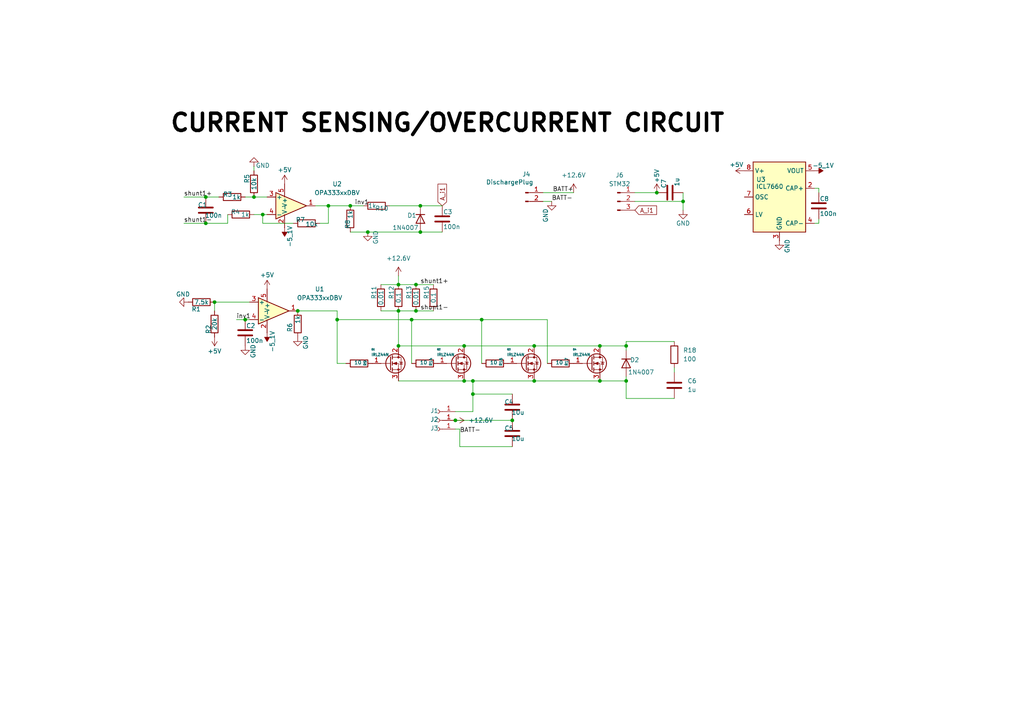
<source format=kicad_sch>
(kicad_sch
	(version 20231120)
	(generator "eeschema")
	(generator_version "8.0")
	(uuid "1afacf7d-9091-47f7-be1c-3420a14a4d10")
	(paper "A4")
	(lib_symbols
		(symbol "Amplifier_Operational:OPA333xxDBV"
			(pin_names
				(offset 0.127)
			)
			(exclude_from_sim no)
			(in_bom yes)
			(on_board yes)
			(property "Reference" "U1"
				(at 12.7 6.3186 0)
				(effects
					(font
						(size 1.27 1.27)
					)
				)
			)
			(property "Value" "OPA333xxDBV"
				(at 12.7 3.7786 0)
				(effects
					(font
						(size 1.27 1.27)
					)
				)
			)
			(property "Footprint" "Package_TO_SOT_SMD:SOT-23-5"
				(at -2.54 -5.08 0)
				(effects
					(font
						(size 1.27 1.27)
					)
					(justify left)
					(hide yes)
				)
			)
			(property "Datasheet" "http://www.ti.com/lit/ds/symlink/opa333.pdf"
				(at 0 5.08 0)
				(effects
					(font
						(size 1.27 1.27)
					)
					(hide yes)
				)
			)
			(property "Description" "Single 1.8V, microPower, CMOS Operational Amplifiers, Zero-Drift Series, SOT-23-5"
				(at 0 0 0)
				(effects
					(font
						(size 1.27 1.27)
					)
					(hide yes)
				)
			)
			(property "ki_keywords" "single opamp"
				(at 0 0 0)
				(effects
					(font
						(size 1.27 1.27)
					)
					(hide yes)
				)
			)
			(property "ki_fp_filters" "SOT?23*"
				(at 0 0 0)
				(effects
					(font
						(size 1.27 1.27)
					)
					(hide yes)
				)
			)
			(symbol "OPA333xxDBV_0_1"
				(polyline
					(pts
						(xy -5.08 3.81) (xy 3.81 0) (xy -5.08 -3.81) (xy -5.08 3.81)
					)
					(stroke
						(width 0.254)
						(type default)
					)
					(fill
						(type background)
					)
				)
				(pin power_in line
					(at -2.54 -6.35 90)
					(length 3.81)
					(name "V-"
						(effects
							(font
								(size 1.27 1.27)
							)
						)
					)
					(number "2"
						(effects
							(font
								(size 1.27 1.27)
							)
						)
					)
				)
				(pin power_in line
					(at -2.54 6.35 270)
					(length 3.81)
					(name "V+"
						(effects
							(font
								(size 1.27 1.27)
							)
						)
					)
					(number "5"
						(effects
							(font
								(size 1.27 1.27)
							)
						)
					)
				)
			)
			(symbol "OPA333xxDBV_1_1"
				(pin output line
					(at 6.35 0 180)
					(length 2.54)
					(name "~"
						(effects
							(font
								(size 1.27 1.27)
							)
						)
					)
					(number "1"
						(effects
							(font
								(size 1.27 1.27)
							)
						)
					)
				)
				(pin input line
					(at -7.62 2.54 0)
					(length 2.54)
					(name "+"
						(effects
							(font
								(size 1.27 1.27)
							)
						)
					)
					(number "3"
						(effects
							(font
								(size 1.27 1.27)
							)
						)
					)
				)
				(pin input line
					(at -7.62 -2.54 0)
					(length 2.54)
					(name "-"
						(effects
							(font
								(size 1.27 1.27)
							)
						)
					)
					(number "4"
						(effects
							(font
								(size 1.27 1.27)
							)
						)
					)
				)
			)
		)
		(symbol "Connector:Conn_01x01_Socket"
			(pin_names
				(offset 1.016) hide)
			(exclude_from_sim no)
			(in_bom yes)
			(on_board yes)
			(property "Reference" "J"
				(at 0 2.54 0)
				(effects
					(font
						(size 1.27 1.27)
					)
				)
			)
			(property "Value" "Conn_01x01_Socket"
				(at 0 -2.54 0)
				(effects
					(font
						(size 1.27 1.27)
					)
				)
			)
			(property "Footprint" ""
				(at 0 0 0)
				(effects
					(font
						(size 1.27 1.27)
					)
					(hide yes)
				)
			)
			(property "Datasheet" "~"
				(at 0 0 0)
				(effects
					(font
						(size 1.27 1.27)
					)
					(hide yes)
				)
			)
			(property "Description" "Generic connector, single row, 01x01, script generated"
				(at 0 0 0)
				(effects
					(font
						(size 1.27 1.27)
					)
					(hide yes)
				)
			)
			(property "ki_locked" ""
				(at 0 0 0)
				(effects
					(font
						(size 1.27 1.27)
					)
				)
			)
			(property "ki_keywords" "connector"
				(at 0 0 0)
				(effects
					(font
						(size 1.27 1.27)
					)
					(hide yes)
				)
			)
			(property "ki_fp_filters" "Connector*:*_1x??_*"
				(at 0 0 0)
				(effects
					(font
						(size 1.27 1.27)
					)
					(hide yes)
				)
			)
			(symbol "Conn_01x01_Socket_1_1"
				(polyline
					(pts
						(xy -1.27 0) (xy -0.508 0)
					)
					(stroke
						(width 0.1524)
						(type default)
					)
					(fill
						(type none)
					)
				)
				(arc
					(start 0 0.508)
					(mid -0.5058 0)
					(end 0 -0.508)
					(stroke
						(width 0.1524)
						(type default)
					)
					(fill
						(type none)
					)
				)
				(pin passive line
					(at -5.08 0 0)
					(length 3.81)
					(name "Pin_1"
						(effects
							(font
								(size 1.27 1.27)
							)
						)
					)
					(number "1"
						(effects
							(font
								(size 1.27 1.27)
							)
						)
					)
				)
			)
		)
		(symbol "Connector:Conn_01x02_Pin"
			(pin_names
				(offset 1.016) hide)
			(exclude_from_sim no)
			(in_bom yes)
			(on_board yes)
			(property "Reference" "J"
				(at 0 2.54 0)
				(effects
					(font
						(size 1.27 1.27)
					)
				)
			)
			(property "Value" "Conn_01x02_Pin"
				(at 0 -5.08 0)
				(effects
					(font
						(size 1.27 1.27)
					)
				)
			)
			(property "Footprint" ""
				(at 0 0 0)
				(effects
					(font
						(size 1.27 1.27)
					)
					(hide yes)
				)
			)
			(property "Datasheet" "~"
				(at 0 0 0)
				(effects
					(font
						(size 1.27 1.27)
					)
					(hide yes)
				)
			)
			(property "Description" "Generic connector, single row, 01x02, script generated"
				(at 0 0 0)
				(effects
					(font
						(size 1.27 1.27)
					)
					(hide yes)
				)
			)
			(property "ki_locked" ""
				(at 0 0 0)
				(effects
					(font
						(size 1.27 1.27)
					)
				)
			)
			(property "ki_keywords" "connector"
				(at 0 0 0)
				(effects
					(font
						(size 1.27 1.27)
					)
					(hide yes)
				)
			)
			(property "ki_fp_filters" "Connector*:*_1x??_*"
				(at 0 0 0)
				(effects
					(font
						(size 1.27 1.27)
					)
					(hide yes)
				)
			)
			(symbol "Conn_01x02_Pin_1_1"
				(polyline
					(pts
						(xy 1.27 -2.54) (xy 0.8636 -2.54)
					)
					(stroke
						(width 0.1524)
						(type default)
					)
					(fill
						(type none)
					)
				)
				(polyline
					(pts
						(xy 1.27 0) (xy 0.8636 0)
					)
					(stroke
						(width 0.1524)
						(type default)
					)
					(fill
						(type none)
					)
				)
				(rectangle
					(start 0.8636 -2.413)
					(end 0 -2.667)
					(stroke
						(width 0.1524)
						(type default)
					)
					(fill
						(type outline)
					)
				)
				(rectangle
					(start 0.8636 0.127)
					(end 0 -0.127)
					(stroke
						(width 0.1524)
						(type default)
					)
					(fill
						(type outline)
					)
				)
				(pin passive line
					(at 5.08 0 180)
					(length 3.81)
					(name "Pin_1"
						(effects
							(font
								(size 1.27 1.27)
							)
						)
					)
					(number "1"
						(effects
							(font
								(size 1.27 1.27)
							)
						)
					)
				)
				(pin passive line
					(at 5.08 -2.54 180)
					(length 3.81)
					(name "Pin_2"
						(effects
							(font
								(size 1.27 1.27)
							)
						)
					)
					(number "2"
						(effects
							(font
								(size 1.27 1.27)
							)
						)
					)
				)
			)
		)
		(symbol "Connector:Conn_01x03_Pin"
			(pin_names
				(offset 1.016) hide)
			(exclude_from_sim no)
			(in_bom yes)
			(on_board yes)
			(property "Reference" "J"
				(at 0 5.08 0)
				(effects
					(font
						(size 1.27 1.27)
					)
				)
			)
			(property "Value" "Conn_01x03_Pin"
				(at 0 -5.08 0)
				(effects
					(font
						(size 1.27 1.27)
					)
				)
			)
			(property "Footprint" ""
				(at 0 0 0)
				(effects
					(font
						(size 1.27 1.27)
					)
					(hide yes)
				)
			)
			(property "Datasheet" "~"
				(at 0 0 0)
				(effects
					(font
						(size 1.27 1.27)
					)
					(hide yes)
				)
			)
			(property "Description" "Generic connector, single row, 01x03, script generated"
				(at 0 0 0)
				(effects
					(font
						(size 1.27 1.27)
					)
					(hide yes)
				)
			)
			(property "ki_locked" ""
				(at 0 0 0)
				(effects
					(font
						(size 1.27 1.27)
					)
				)
			)
			(property "ki_keywords" "connector"
				(at 0 0 0)
				(effects
					(font
						(size 1.27 1.27)
					)
					(hide yes)
				)
			)
			(property "ki_fp_filters" "Connector*:*_1x??_*"
				(at 0 0 0)
				(effects
					(font
						(size 1.27 1.27)
					)
					(hide yes)
				)
			)
			(symbol "Conn_01x03_Pin_1_1"
				(polyline
					(pts
						(xy 1.27 -2.54) (xy 0.8636 -2.54)
					)
					(stroke
						(width 0.1524)
						(type default)
					)
					(fill
						(type none)
					)
				)
				(polyline
					(pts
						(xy 1.27 0) (xy 0.8636 0)
					)
					(stroke
						(width 0.1524)
						(type default)
					)
					(fill
						(type none)
					)
				)
				(polyline
					(pts
						(xy 1.27 2.54) (xy 0.8636 2.54)
					)
					(stroke
						(width 0.1524)
						(type default)
					)
					(fill
						(type none)
					)
				)
				(rectangle
					(start 0.8636 -2.413)
					(end 0 -2.667)
					(stroke
						(width 0.1524)
						(type default)
					)
					(fill
						(type outline)
					)
				)
				(rectangle
					(start 0.8636 0.127)
					(end 0 -0.127)
					(stroke
						(width 0.1524)
						(type default)
					)
					(fill
						(type outline)
					)
				)
				(rectangle
					(start 0.8636 2.667)
					(end 0 2.413)
					(stroke
						(width 0.1524)
						(type default)
					)
					(fill
						(type outline)
					)
				)
				(pin passive line
					(at 5.08 2.54 180)
					(length 3.81)
					(name "Pin_1"
						(effects
							(font
								(size 1.27 1.27)
							)
						)
					)
					(number "1"
						(effects
							(font
								(size 1.27 1.27)
							)
						)
					)
				)
				(pin passive line
					(at 5.08 0 180)
					(length 3.81)
					(name "Pin_2"
						(effects
							(font
								(size 1.27 1.27)
							)
						)
					)
					(number "2"
						(effects
							(font
								(size 1.27 1.27)
							)
						)
					)
				)
				(pin passive line
					(at 5.08 -2.54 180)
					(length 3.81)
					(name "Pin_3"
						(effects
							(font
								(size 1.27 1.27)
							)
						)
					)
					(number "3"
						(effects
							(font
								(size 1.27 1.27)
							)
						)
					)
				)
			)
		)
		(symbol "Device:C"
			(pin_numbers hide)
			(pin_names
				(offset 0.254)
			)
			(exclude_from_sim no)
			(in_bom yes)
			(on_board yes)
			(property "Reference" "C"
				(at 0.635 2.54 0)
				(effects
					(font
						(size 1.27 1.27)
					)
					(justify left)
				)
			)
			(property "Value" "C"
				(at 0.635 -2.54 0)
				(effects
					(font
						(size 1.27 1.27)
					)
					(justify left)
				)
			)
			(property "Footprint" ""
				(at 0.9652 -3.81 0)
				(effects
					(font
						(size 1.27 1.27)
					)
					(hide yes)
				)
			)
			(property "Datasheet" "~"
				(at 0 0 0)
				(effects
					(font
						(size 1.27 1.27)
					)
					(hide yes)
				)
			)
			(property "Description" "Unpolarized capacitor"
				(at 0 0 0)
				(effects
					(font
						(size 1.27 1.27)
					)
					(hide yes)
				)
			)
			(property "ki_keywords" "cap capacitor"
				(at 0 0 0)
				(effects
					(font
						(size 1.27 1.27)
					)
					(hide yes)
				)
			)
			(property "ki_fp_filters" "C_*"
				(at 0 0 0)
				(effects
					(font
						(size 1.27 1.27)
					)
					(hide yes)
				)
			)
			(symbol "C_0_1"
				(polyline
					(pts
						(xy -2.032 -0.762) (xy 2.032 -0.762)
					)
					(stroke
						(width 0.508)
						(type default)
					)
					(fill
						(type none)
					)
				)
				(polyline
					(pts
						(xy -2.032 0.762) (xy 2.032 0.762)
					)
					(stroke
						(width 0.508)
						(type default)
					)
					(fill
						(type none)
					)
				)
			)
			(symbol "C_1_1"
				(pin passive line
					(at 0 3.81 270)
					(length 2.794)
					(name "~"
						(effects
							(font
								(size 1.27 1.27)
							)
						)
					)
					(number "1"
						(effects
							(font
								(size 1.27 1.27)
							)
						)
					)
				)
				(pin passive line
					(at 0 -3.81 90)
					(length 2.794)
					(name "~"
						(effects
							(font
								(size 1.27 1.27)
							)
						)
					)
					(number "2"
						(effects
							(font
								(size 1.27 1.27)
							)
						)
					)
				)
			)
		)
		(symbol "Device:D"
			(pin_numbers hide)
			(pin_names
				(offset 1.016) hide)
			(exclude_from_sim no)
			(in_bom yes)
			(on_board yes)
			(property "Reference" "D"
				(at 0 2.54 0)
				(effects
					(font
						(size 1.27 1.27)
					)
				)
			)
			(property "Value" "D"
				(at 0 -2.54 0)
				(effects
					(font
						(size 1.27 1.27)
					)
				)
			)
			(property "Footprint" ""
				(at 0 0 0)
				(effects
					(font
						(size 1.27 1.27)
					)
					(hide yes)
				)
			)
			(property "Datasheet" "~"
				(at 0 0 0)
				(effects
					(font
						(size 1.27 1.27)
					)
					(hide yes)
				)
			)
			(property "Description" "Diode"
				(at 0 0 0)
				(effects
					(font
						(size 1.27 1.27)
					)
					(hide yes)
				)
			)
			(property "Sim.Device" "D"
				(at 0 0 0)
				(effects
					(font
						(size 1.27 1.27)
					)
					(hide yes)
				)
			)
			(property "Sim.Pins" "1=K 2=A"
				(at 0 0 0)
				(effects
					(font
						(size 1.27 1.27)
					)
					(hide yes)
				)
			)
			(property "ki_keywords" "diode"
				(at 0 0 0)
				(effects
					(font
						(size 1.27 1.27)
					)
					(hide yes)
				)
			)
			(property "ki_fp_filters" "TO-???* *_Diode_* *SingleDiode* D_*"
				(at 0 0 0)
				(effects
					(font
						(size 1.27 1.27)
					)
					(hide yes)
				)
			)
			(symbol "D_0_1"
				(polyline
					(pts
						(xy -1.27 1.27) (xy -1.27 -1.27)
					)
					(stroke
						(width 0.254)
						(type default)
					)
					(fill
						(type none)
					)
				)
				(polyline
					(pts
						(xy 1.27 0) (xy -1.27 0)
					)
					(stroke
						(width 0)
						(type default)
					)
					(fill
						(type none)
					)
				)
				(polyline
					(pts
						(xy 1.27 1.27) (xy 1.27 -1.27) (xy -1.27 0) (xy 1.27 1.27)
					)
					(stroke
						(width 0.254)
						(type default)
					)
					(fill
						(type none)
					)
				)
			)
			(symbol "D_1_1"
				(pin passive line
					(at -3.81 0 0)
					(length 2.54)
					(name "K"
						(effects
							(font
								(size 1.27 1.27)
							)
						)
					)
					(number "1"
						(effects
							(font
								(size 1.27 1.27)
							)
						)
					)
				)
				(pin passive line
					(at 3.81 0 180)
					(length 2.54)
					(name "A"
						(effects
							(font
								(size 1.27 1.27)
							)
						)
					)
					(number "2"
						(effects
							(font
								(size 1.27 1.27)
							)
						)
					)
				)
			)
		)
		(symbol "Device:R"
			(pin_numbers hide)
			(pin_names
				(offset 0)
			)
			(exclude_from_sim no)
			(in_bom yes)
			(on_board yes)
			(property "Reference" "R"
				(at 2.032 0 90)
				(effects
					(font
						(size 1.27 1.27)
					)
				)
			)
			(property "Value" "R"
				(at 0 0 90)
				(effects
					(font
						(size 1.27 1.27)
					)
				)
			)
			(property "Footprint" ""
				(at -1.778 0 90)
				(effects
					(font
						(size 1.27 1.27)
					)
					(hide yes)
				)
			)
			(property "Datasheet" "~"
				(at 0 0 0)
				(effects
					(font
						(size 1.27 1.27)
					)
					(hide yes)
				)
			)
			(property "Description" "Resistor"
				(at 0 0 0)
				(effects
					(font
						(size 1.27 1.27)
					)
					(hide yes)
				)
			)
			(property "ki_keywords" "R res resistor"
				(at 0 0 0)
				(effects
					(font
						(size 1.27 1.27)
					)
					(hide yes)
				)
			)
			(property "ki_fp_filters" "R_*"
				(at 0 0 0)
				(effects
					(font
						(size 1.27 1.27)
					)
					(hide yes)
				)
			)
			(symbol "R_0_1"
				(rectangle
					(start -1.016 -2.54)
					(end 1.016 2.54)
					(stroke
						(width 0.254)
						(type default)
					)
					(fill
						(type none)
					)
				)
			)
			(symbol "R_1_1"
				(pin passive line
					(at 0 3.81 270)
					(length 1.27)
					(name "~"
						(effects
							(font
								(size 1.27 1.27)
							)
						)
					)
					(number "1"
						(effects
							(font
								(size 1.27 1.27)
							)
						)
					)
				)
				(pin passive line
					(at 0 -3.81 90)
					(length 1.27)
					(name "~"
						(effects
							(font
								(size 1.27 1.27)
							)
						)
					)
					(number "2"
						(effects
							(font
								(size 1.27 1.27)
							)
						)
					)
				)
			)
		)
		(symbol "GND_1"
			(power)
			(pin_numbers hide)
			(pin_names
				(offset 0) hide)
			(exclude_from_sim no)
			(in_bom yes)
			(on_board yes)
			(property "Reference" "#PWR"
				(at 0 -6.35 0)
				(effects
					(font
						(size 1.27 1.27)
					)
					(hide yes)
				)
			)
			(property "Value" "GND"
				(at 0 -3.81 0)
				(effects
					(font
						(size 1.27 1.27)
					)
				)
			)
			(property "Footprint" ""
				(at 0 0 0)
				(effects
					(font
						(size 1.27 1.27)
					)
					(hide yes)
				)
			)
			(property "Datasheet" ""
				(at 0 0 0)
				(effects
					(font
						(size 1.27 1.27)
					)
					(hide yes)
				)
			)
			(property "Description" "Power symbol creates a global label with name \"GND\" , ground"
				(at 0 0 0)
				(effects
					(font
						(size 1.27 1.27)
					)
					(hide yes)
				)
			)
			(property "ki_keywords" "global power"
				(at 0 0 0)
				(effects
					(font
						(size 1.27 1.27)
					)
					(hide yes)
				)
			)
			(symbol "GND_1_0_1"
				(polyline
					(pts
						(xy 0 0) (xy 0 -1.27) (xy 1.27 -1.27) (xy 0 -2.54) (xy -1.27 -1.27) (xy 0 -1.27)
					)
					(stroke
						(width 0)
						(type default)
					)
					(fill
						(type none)
					)
				)
			)
			(symbol "GND_1_1_1"
				(pin power_in line
					(at 0 0 270)
					(length 0)
					(name "~"
						(effects
							(font
								(size 1.27 1.27)
							)
						)
					)
					(number "1"
						(effects
							(font
								(size 1.27 1.27)
							)
						)
					)
				)
			)
		)
		(symbol "Regulator_SwitchedCapacitor:ICL7660"
			(exclude_from_sim no)
			(in_bom yes)
			(on_board yes)
			(property "Reference" "U"
				(at -6.35 11.43 0)
				(effects
					(font
						(size 1.27 1.27)
					)
				)
			)
			(property "Value" "ICL7660"
				(at 3.81 11.43 0)
				(effects
					(font
						(size 1.27 1.27)
					)
				)
			)
			(property "Footprint" ""
				(at 2.54 -2.54 0)
				(effects
					(font
						(size 1.27 1.27)
					)
					(hide yes)
				)
			)
			(property "Datasheet" "http://datasheets.maximintegrated.com/en/ds/ICL7660-MAX1044.pdf"
				(at 2.54 -2.54 0)
				(effects
					(font
						(size 1.27 1.27)
					)
					(hide yes)
				)
			)
			(property "Description" "Switched-Capacitor Voltage Converter, 1.5V to 10.0V operating supply voltage, 10mA with a 0.5V output drop, SO-8/DIP-8/µMAX-8/TO-99"
				(at 0 0 0)
				(effects
					(font
						(size 1.27 1.27)
					)
					(hide yes)
				)
			)
			(property "ki_keywords" "monolithic CMOS switched capacitor voltage converter invert double divide multiply"
				(at 0 0 0)
				(effects
					(font
						(size 1.27 1.27)
					)
					(hide yes)
				)
			)
			(property "ki_fp_filters" "DIP*W7.62mm* SOIC*3.9x4.9mm* MSOP*3x3mm*P0.65mm* TO?99*"
				(at 0 0 0)
				(effects
					(font
						(size 1.27 1.27)
					)
					(hide yes)
				)
			)
			(symbol "ICL7660_0_1"
				(rectangle
					(start -7.62 10.16)
					(end 7.62 -10.16)
					(stroke
						(width 0.254)
						(type default)
					)
					(fill
						(type background)
					)
				)
			)
			(symbol "ICL7660_1_1"
				(pin no_connect line
					(at -7.62 5.08 0)
					(length 2.54) hide
					(name "NC"
						(effects
							(font
								(size 1.27 1.27)
							)
						)
					)
					(number "1"
						(effects
							(font
								(size 1.27 1.27)
							)
						)
					)
				)
				(pin input line
					(at 10.16 2.54 180)
					(length 2.54)
					(name "CAP+"
						(effects
							(font
								(size 1.27 1.27)
							)
						)
					)
					(number "2"
						(effects
							(font
								(size 1.27 1.27)
							)
						)
					)
				)
				(pin power_in line
					(at 0 -12.7 90)
					(length 2.54)
					(name "GND"
						(effects
							(font
								(size 1.27 1.27)
							)
						)
					)
					(number "3"
						(effects
							(font
								(size 1.27 1.27)
							)
						)
					)
				)
				(pin input line
					(at 10.16 -7.62 180)
					(length 2.54)
					(name "CAP-"
						(effects
							(font
								(size 1.27 1.27)
							)
						)
					)
					(number "4"
						(effects
							(font
								(size 1.27 1.27)
							)
						)
					)
				)
				(pin power_out line
					(at 10.16 7.62 180)
					(length 2.54)
					(name "VOUT"
						(effects
							(font
								(size 1.27 1.27)
							)
						)
					)
					(number "5"
						(effects
							(font
								(size 1.27 1.27)
							)
						)
					)
				)
				(pin input line
					(at -10.16 -5.08 0)
					(length 2.54)
					(name "LV"
						(effects
							(font
								(size 1.27 1.27)
							)
						)
					)
					(number "6"
						(effects
							(font
								(size 1.27 1.27)
							)
						)
					)
				)
				(pin input line
					(at -10.16 0 0)
					(length 2.54)
					(name "OSC"
						(effects
							(font
								(size 1.27 1.27)
							)
						)
					)
					(number "7"
						(effects
							(font
								(size 1.27 1.27)
							)
						)
					)
				)
				(pin power_in line
					(at -10.16 7.62 0)
					(length 2.54)
					(name "V+"
						(effects
							(font
								(size 1.27 1.27)
							)
						)
					)
					(number "8"
						(effects
							(font
								(size 1.27 1.27)
							)
						)
					)
				)
			)
		)
		(symbol "Transistor_FET:IRLZ44N"
			(pin_names hide)
			(exclude_from_sim no)
			(in_bom yes)
			(on_board yes)
			(property "Reference" "Q"
				(at 5.08 1.905 0)
				(effects
					(font
						(size 1.27 1.27)
					)
					(justify left)
				)
			)
			(property "Value" "IRLZ44N"
				(at 5.08 0 0)
				(effects
					(font
						(size 1.27 1.27)
					)
					(justify left)
				)
			)
			(property "Footprint" "Package_TO_SOT_THT:TO-220-3_Vertical"
				(at 5.08 -1.905 0)
				(effects
					(font
						(size 1.27 1.27)
						(italic yes)
					)
					(justify left)
					(hide yes)
				)
			)
			(property "Datasheet" "http://www.irf.com/product-info/datasheets/data/irlz44n.pdf"
				(at 5.08 -3.81 0)
				(effects
					(font
						(size 1.27 1.27)
					)
					(justify left)
					(hide yes)
				)
			)
			(property "Description" "47A Id, 55V Vds, 22mOhm Rds Single N-Channel HEXFET Power MOSFET, TO-220AB"
				(at 0 0 0)
				(effects
					(font
						(size 1.27 1.27)
					)
					(hide yes)
				)
			)
			(property "ki_keywords" "N-Channel HEXFET MOSFET Logic-Level"
				(at 0 0 0)
				(effects
					(font
						(size 1.27 1.27)
					)
					(hide yes)
				)
			)
			(property "ki_fp_filters" "TO?220*"
				(at 0 0 0)
				(effects
					(font
						(size 1.27 1.27)
					)
					(hide yes)
				)
			)
			(symbol "IRLZ44N_0_1"
				(polyline
					(pts
						(xy 0.254 0) (xy -2.54 0)
					)
					(stroke
						(width 0)
						(type default)
					)
					(fill
						(type none)
					)
				)
				(polyline
					(pts
						(xy 0.254 1.905) (xy 0.254 -1.905)
					)
					(stroke
						(width 0.254)
						(type default)
					)
					(fill
						(type none)
					)
				)
				(polyline
					(pts
						(xy 0.762 -1.27) (xy 0.762 -2.286)
					)
					(stroke
						(width 0.254)
						(type default)
					)
					(fill
						(type none)
					)
				)
				(polyline
					(pts
						(xy 0.762 0.508) (xy 0.762 -0.508)
					)
					(stroke
						(width 0.254)
						(type default)
					)
					(fill
						(type none)
					)
				)
				(polyline
					(pts
						(xy 0.762 2.286) (xy 0.762 1.27)
					)
					(stroke
						(width 0.254)
						(type default)
					)
					(fill
						(type none)
					)
				)
				(polyline
					(pts
						(xy 2.54 2.54) (xy 2.54 1.778)
					)
					(stroke
						(width 0)
						(type default)
					)
					(fill
						(type none)
					)
				)
				(polyline
					(pts
						(xy 2.54 -2.54) (xy 2.54 0) (xy 0.762 0)
					)
					(stroke
						(width 0)
						(type default)
					)
					(fill
						(type none)
					)
				)
				(polyline
					(pts
						(xy 0.762 -1.778) (xy 3.302 -1.778) (xy 3.302 1.778) (xy 0.762 1.778)
					)
					(stroke
						(width 0)
						(type default)
					)
					(fill
						(type none)
					)
				)
				(polyline
					(pts
						(xy 1.016 0) (xy 2.032 0.381) (xy 2.032 -0.381) (xy 1.016 0)
					)
					(stroke
						(width 0)
						(type default)
					)
					(fill
						(type outline)
					)
				)
				(polyline
					(pts
						(xy 2.794 0.508) (xy 2.921 0.381) (xy 3.683 0.381) (xy 3.81 0.254)
					)
					(stroke
						(width 0)
						(type default)
					)
					(fill
						(type none)
					)
				)
				(polyline
					(pts
						(xy 3.302 0.381) (xy 2.921 -0.254) (xy 3.683 -0.254) (xy 3.302 0.381)
					)
					(stroke
						(width 0)
						(type default)
					)
					(fill
						(type none)
					)
				)
				(circle
					(center 1.651 0)
					(radius 2.794)
					(stroke
						(width 0.254)
						(type default)
					)
					(fill
						(type none)
					)
				)
				(circle
					(center 2.54 -1.778)
					(radius 0.254)
					(stroke
						(width 0)
						(type default)
					)
					(fill
						(type outline)
					)
				)
				(circle
					(center 2.54 1.778)
					(radius 0.254)
					(stroke
						(width 0)
						(type default)
					)
					(fill
						(type outline)
					)
				)
			)
			(symbol "IRLZ44N_1_1"
				(pin input line
					(at -5.08 0 0)
					(length 2.54)
					(name "G"
						(effects
							(font
								(size 1.27 1.27)
							)
						)
					)
					(number "1"
						(effects
							(font
								(size 1.27 1.27)
							)
						)
					)
				)
				(pin passive line
					(at 2.54 5.08 270)
					(length 2.54)
					(name "D"
						(effects
							(font
								(size 1.27 1.27)
							)
						)
					)
					(number "2"
						(effects
							(font
								(size 1.27 1.27)
							)
						)
					)
				)
				(pin passive line
					(at 2.54 -5.08 90)
					(length 2.54)
					(name "S"
						(effects
							(font
								(size 1.27 1.27)
							)
						)
					)
					(number "3"
						(effects
							(font
								(size 1.27 1.27)
							)
						)
					)
				)
			)
		)
		(symbol "power:+15V"
			(power)
			(pin_names
				(offset 0)
			)
			(exclude_from_sim no)
			(in_bom yes)
			(on_board yes)
			(property "Reference" "#PWR"
				(at 0 -3.81 0)
				(effects
					(font
						(size 1.27 1.27)
					)
					(hide yes)
				)
			)
			(property "Value" "+15V"
				(at 0 3.556 0)
				(effects
					(font
						(size 1.27 1.27)
					)
				)
			)
			(property "Footprint" ""
				(at 0 0 0)
				(effects
					(font
						(size 1.27 1.27)
					)
					(hide yes)
				)
			)
			(property "Datasheet" ""
				(at 0 0 0)
				(effects
					(font
						(size 1.27 1.27)
					)
					(hide yes)
				)
			)
			(property "Description" "Power symbol creates a global label with name \"+15V\""
				(at 0 0 0)
				(effects
					(font
						(size 1.27 1.27)
					)
					(hide yes)
				)
			)
			(property "ki_keywords" "global power"
				(at 0 0 0)
				(effects
					(font
						(size 1.27 1.27)
					)
					(hide yes)
				)
			)
			(symbol "+15V_0_1"
				(polyline
					(pts
						(xy -0.762 1.27) (xy 0 2.54)
					)
					(stroke
						(width 0)
						(type default)
					)
					(fill
						(type none)
					)
				)
				(polyline
					(pts
						(xy 0 0) (xy 0 2.54)
					)
					(stroke
						(width 0)
						(type default)
					)
					(fill
						(type none)
					)
				)
				(polyline
					(pts
						(xy 0 2.54) (xy 0.762 1.27)
					)
					(stroke
						(width 0)
						(type default)
					)
					(fill
						(type none)
					)
				)
			)
			(symbol "+15V_1_1"
				(pin power_in line
					(at 0 0 90)
					(length 0) hide
					(name "+15V"
						(effects
							(font
								(size 1.27 1.27)
							)
						)
					)
					(number "1"
						(effects
							(font
								(size 1.27 1.27)
							)
						)
					)
				)
			)
		)
		(symbol "power:+5V"
			(power)
			(pin_names
				(offset 0)
			)
			(exclude_from_sim no)
			(in_bom yes)
			(on_board yes)
			(property "Reference" "#PWR"
				(at 0 -3.81 0)
				(effects
					(font
						(size 1.27 1.27)
					)
					(hide yes)
				)
			)
			(property "Value" "+5V"
				(at 0 3.556 0)
				(effects
					(font
						(size 1.27 1.27)
					)
				)
			)
			(property "Footprint" ""
				(at 0 0 0)
				(effects
					(font
						(size 1.27 1.27)
					)
					(hide yes)
				)
			)
			(property "Datasheet" ""
				(at 0 0 0)
				(effects
					(font
						(size 1.27 1.27)
					)
					(hide yes)
				)
			)
			(property "Description" "Power symbol creates a global label with name \"+5V\""
				(at 0 0 0)
				(effects
					(font
						(size 1.27 1.27)
					)
					(hide yes)
				)
			)
			(property "ki_keywords" "global power"
				(at 0 0 0)
				(effects
					(font
						(size 1.27 1.27)
					)
					(hide yes)
				)
			)
			(symbol "+5V_0_1"
				(polyline
					(pts
						(xy -0.762 1.27) (xy 0 2.54)
					)
					(stroke
						(width 0)
						(type default)
					)
					(fill
						(type none)
					)
				)
				(polyline
					(pts
						(xy 0 0) (xy 0 2.54)
					)
					(stroke
						(width 0)
						(type default)
					)
					(fill
						(type none)
					)
				)
				(polyline
					(pts
						(xy 0 2.54) (xy 0.762 1.27)
					)
					(stroke
						(width 0)
						(type default)
					)
					(fill
						(type none)
					)
				)
			)
			(symbol "+5V_1_1"
				(pin power_in line
					(at 0 0 90)
					(length 0) hide
					(name "+5V"
						(effects
							(font
								(size 1.27 1.27)
							)
						)
					)
					(number "1"
						(effects
							(font
								(size 1.27 1.27)
							)
						)
					)
				)
			)
		)
		(symbol "power:-5V"
			(power)
			(pin_numbers hide)
			(pin_names
				(offset 0) hide)
			(exclude_from_sim no)
			(in_bom yes)
			(on_board yes)
			(property "Reference" "#PWR"
				(at 0 -3.81 0)
				(effects
					(font
						(size 1.27 1.27)
					)
					(hide yes)
				)
			)
			(property "Value" "-5V"
				(at 0 3.556 0)
				(effects
					(font
						(size 1.27 1.27)
					)
				)
			)
			(property "Footprint" ""
				(at 0 0 0)
				(effects
					(font
						(size 1.27 1.27)
					)
					(hide yes)
				)
			)
			(property "Datasheet" ""
				(at 0 0 0)
				(effects
					(font
						(size 1.27 1.27)
					)
					(hide yes)
				)
			)
			(property "Description" "Power symbol creates a global label with name \"-5V\""
				(at 0 0 0)
				(effects
					(font
						(size 1.27 1.27)
					)
					(hide yes)
				)
			)
			(property "ki_keywords" "global power"
				(at 0 0 0)
				(effects
					(font
						(size 1.27 1.27)
					)
					(hide yes)
				)
			)
			(symbol "-5V_0_0"
				(pin power_in line
					(at 0 0 90)
					(length 0)
					(name "~"
						(effects
							(font
								(size 1.27 1.27)
							)
						)
					)
					(number "1"
						(effects
							(font
								(size 1.27 1.27)
							)
						)
					)
				)
			)
			(symbol "-5V_0_1"
				(polyline
					(pts
						(xy 0 0) (xy 0 1.27) (xy 0.762 1.27) (xy 0 2.54) (xy -0.762 1.27) (xy 0 1.27)
					)
					(stroke
						(width 0)
						(type default)
					)
					(fill
						(type outline)
					)
				)
			)
		)
		(symbol "power:GND"
			(power)
			(pin_names
				(offset 0)
			)
			(exclude_from_sim no)
			(in_bom yes)
			(on_board yes)
			(property "Reference" "#PWR"
				(at 0 -6.35 0)
				(effects
					(font
						(size 1.27 1.27)
					)
					(hide yes)
				)
			)
			(property "Value" "GND"
				(at 0 -3.81 0)
				(effects
					(font
						(size 1.27 1.27)
					)
				)
			)
			(property "Footprint" ""
				(at 0 0 0)
				(effects
					(font
						(size 1.27 1.27)
					)
					(hide yes)
				)
			)
			(property "Datasheet" ""
				(at 0 0 0)
				(effects
					(font
						(size 1.27 1.27)
					)
					(hide yes)
				)
			)
			(property "Description" "Power symbol creates a global label with name \"GND\" , ground"
				(at 0 0 0)
				(effects
					(font
						(size 1.27 1.27)
					)
					(hide yes)
				)
			)
			(property "ki_keywords" "global power"
				(at 0 0 0)
				(effects
					(font
						(size 1.27 1.27)
					)
					(hide yes)
				)
			)
			(symbol "GND_0_1"
				(polyline
					(pts
						(xy 0 0) (xy 0 -1.27) (xy 1.27 -1.27) (xy 0 -2.54) (xy -1.27 -1.27) (xy 0 -1.27)
					)
					(stroke
						(width 0)
						(type default)
					)
					(fill
						(type none)
					)
				)
			)
			(symbol "GND_1_1"
				(pin power_in line
					(at 0 0 270)
					(length 0) hide
					(name "GND"
						(effects
							(font
								(size 1.27 1.27)
							)
						)
					)
					(number "1"
						(effects
							(font
								(size 1.27 1.27)
							)
						)
					)
				)
			)
		)
	)
	(junction
		(at 349.25 55.88)
		(diameter 0)
		(color 0 0 0 0)
		(uuid "033bec8a-e58d-40d3-8341-1c4dfb3c8450")
	)
	(junction
		(at 173.99 110.49)
		(diameter 0)
		(color 0 0 0 0)
		(uuid "0789c406-6609-4fdd-a3c8-5c15409b565b")
	)
	(junction
		(at 134.62 100.33)
		(diameter 0)
		(color 0 0 0 0)
		(uuid "1c641532-d0b5-4d40-85bd-5a9e8d7c9cf8")
	)
	(junction
		(at 86.36 90.17)
		(diameter 0)
		(color 0 0 0 0)
		(uuid "20eed939-a637-4cca-8b64-dbb99ab161ae")
	)
	(junction
		(at 181.61 110.49)
		(diameter 0)
		(color 0 0 0 0)
		(uuid "311b6f00-2b94-4f81-8ab4-bdfe7cdc88af")
	)
	(junction
		(at 73.66 57.15)
		(diameter 0)
		(color 0 0 0 0)
		(uuid "3281eea9-d8a7-4297-b52f-61cebb28558a")
	)
	(junction
		(at 190.5 55.88)
		(diameter 0)
		(color 0 0 0 0)
		(uuid "32e14a69-438f-4f63-b9af-d4025f2ce2d0")
	)
	(junction
		(at 148.59 121.92)
		(diameter 0)
		(color 0 0 0 0)
		(uuid "3785ed88-c35d-44c2-b944-017bf7d28d78")
	)
	(junction
		(at 375.92 55.88)
		(diameter 0)
		(color 0 0 0 0)
		(uuid "3f4430ed-1492-4421-b213-8a69aea034dc")
	)
	(junction
		(at 59.69 57.15)
		(diameter 0)
		(color 0 0 0 0)
		(uuid "4c552adf-f2a4-49de-bc33-0e0635ec0248")
	)
	(junction
		(at 115.57 90.17)
		(diameter 0)
		(color 0 0 0 0)
		(uuid "59de03fc-aadd-4089-a930-ef0956d6bd39")
	)
	(junction
		(at 115.57 100.33)
		(diameter 0)
		(color 0 0 0 0)
		(uuid "5a2402f7-234a-41a4-98c9-2672faf01e01")
	)
	(junction
		(at 120.65 82.55)
		(diameter 0)
		(color 0 0 0 0)
		(uuid "606e10dc-256e-4ef3-b519-e358744bc642")
	)
	(junction
		(at 398.78 53.34)
		(diameter 0)
		(color 0 0 0 0)
		(uuid "620c2566-2f02-4352-93a0-ca74ce92d3b3")
	)
	(junction
		(at 101.6 59.69)
		(diameter 0)
		(color 0 0 0 0)
		(uuid "63638f11-debe-441e-a474-58a99016847f")
	)
	(junction
		(at 134.62 110.49)
		(diameter 0)
		(color 0 0 0 0)
		(uuid "6d2290f0-97ba-4026-a224-109926acaf50")
	)
	(junction
		(at 137.16 110.49)
		(diameter 0)
		(color 0 0 0 0)
		(uuid "75aaaf81-b563-492e-8ae8-5a94ec5de4cc")
	)
	(junction
		(at 132.08 121.92)
		(diameter 0)
		(color 0 0 0 0)
		(uuid "7a4c0dcd-3bf8-4e3d-8e00-6ce84e66c1cc")
	)
	(junction
		(at 198.12 58.42)
		(diameter 0)
		(color 0 0 0 0)
		(uuid "7ab9d4e9-c91d-4c4a-b651-21ad876e2c04")
	)
	(junction
		(at 154.94 100.33)
		(diameter 0)
		(color 0 0 0 0)
		(uuid "8d1b50b1-e41b-4e06-80eb-66077b0849fa")
	)
	(junction
		(at 119.38 92.71)
		(diameter 0)
		(color 0 0 0 0)
		(uuid "8dd8ce63-d753-4706-b467-c91f35449627")
	)
	(junction
		(at 173.99 100.33)
		(diameter 0)
		(color 0 0 0 0)
		(uuid "928d279d-04b4-4c66-9a7b-d17aaf63384a")
	)
	(junction
		(at 340.36 50.8)
		(diameter 0)
		(color 0 0 0 0)
		(uuid "92c53d2c-60f6-437d-943d-73864fdc5ff1")
	)
	(junction
		(at 97.79 92.71)
		(diameter 0)
		(color 0 0 0 0)
		(uuid "92c7382c-5e54-43b0-90f4-8af7b9996ad0")
	)
	(junction
		(at 62.23 87.63)
		(diameter 0)
		(color 0 0 0 0)
		(uuid "942ec230-5dc2-48a0-8f08-da4c5dac2076")
	)
	(junction
		(at 139.7 92.71)
		(diameter 0)
		(color 0 0 0 0)
		(uuid "9668a935-8d44-4c8c-bbc3-c73914f2a5e6")
	)
	(junction
		(at 95.25 59.69)
		(diameter 0)
		(color 0 0 0 0)
		(uuid "9dc8831c-41e0-4272-9e36-270c1883f9a8")
	)
	(junction
		(at 71.12 92.71)
		(diameter 0)
		(color 0 0 0 0)
		(uuid "ad309013-d438-4fb0-96ea-8b158229ada3")
	)
	(junction
		(at 393.7 53.34)
		(diameter 0)
		(color 0 0 0 0)
		(uuid "c6a8604d-a5f0-4302-99c1-c565eeff85d5")
	)
	(junction
		(at 76.2 62.23)
		(diameter 0)
		(color 0 0 0 0)
		(uuid "cacbae72-0c7a-4448-9d43-1d7a2af8fd3e")
	)
	(junction
		(at 398.78 45.72)
		(diameter 0)
		(color 0 0 0 0)
		(uuid "cea3a4d7-9ac9-459a-a934-63ba64d8fa8e")
	)
	(junction
		(at 137.16 114.3)
		(diameter 0)
		(color 0 0 0 0)
		(uuid "cf245fcb-0682-4cb0-8840-85d4fe8cb223")
	)
	(junction
		(at 364.49 53.34)
		(diameter 0)
		(color 0 0 0 0)
		(uuid "d92e8251-c7ff-4cb7-8217-6b3bce2f1f06")
	)
	(junction
		(at 121.92 67.31)
		(diameter 0)
		(color 0 0 0 0)
		(uuid "df139cac-1b27-40e3-a1f5-218cd2938016")
	)
	(junction
		(at 181.61 100.33)
		(diameter 0)
		(color 0 0 0 0)
		(uuid "e3b6a520-874d-405c-be72-24e4d8068e7e")
	)
	(junction
		(at 393.7 45.72)
		(diameter 0)
		(color 0 0 0 0)
		(uuid "e413a527-f751-4e97-b591-1dd478655a3f")
	)
	(junction
		(at 120.65 90.17)
		(diameter 0)
		(color 0 0 0 0)
		(uuid "e55067d9-c013-4036-898e-220b367b33a8")
	)
	(junction
		(at 154.94 110.49)
		(diameter 0)
		(color 0 0 0 0)
		(uuid "e650e180-1caf-480a-a0f4-efb77d407bc5")
	)
	(junction
		(at 59.69 64.77)
		(diameter 0)
		(color 0 0 0 0)
		(uuid "ebe35c10-09d9-4b3b-af74-05b64b50612d")
	)
	(junction
		(at 115.57 82.55)
		(diameter 0)
		(color 0 0 0 0)
		(uuid "f652e814-36ee-4739-bbad-f188f8ecbeac")
	)
	(junction
		(at 106.68 67.31)
		(diameter 0)
		(color 0 0 0 0)
		(uuid "fc182769-8385-4bd4-b93f-9027dda98309")
	)
	(junction
		(at 121.92 59.69)
		(diameter 0)
		(color 0 0 0 0)
		(uuid "fc1d5236-9a6f-4e0d-88f4-6c0879192308")
	)
	(wire
		(pts
			(xy 115.57 82.55) (xy 120.65 82.55)
		)
		(stroke
			(width 0)
			(type default)
		)
		(uuid "01bfa62e-2121-4fde-ae1f-6b495f43f2e4")
	)
	(wire
		(pts
			(xy 181.61 115.57) (xy 181.61 110.49)
		)
		(stroke
			(width 0)
			(type default)
		)
		(uuid "039fdeb6-c559-4b12-b241-4fce5520af0a")
	)
	(wire
		(pts
			(xy 73.66 48.26) (xy 73.66 49.53)
		)
		(stroke
			(width 0)
			(type default)
		)
		(uuid "076b224c-f50c-464c-b4c4-84b5e0a50f25")
	)
	(wire
		(pts
			(xy 115.57 100.33) (xy 134.62 100.33)
		)
		(stroke
			(width 0)
			(type default)
		)
		(uuid "07d387af-3b29-4c0c-950a-68dd1aec7307")
	)
	(wire
		(pts
			(xy 237.49 54.61) (xy 237.49 55.88)
		)
		(stroke
			(width 0)
			(type default)
		)
		(uuid "0c123e6b-11be-4e9a-b3c8-685d211bc095")
	)
	(wire
		(pts
			(xy 375.92 53.34) (xy 375.92 55.88)
		)
		(stroke
			(width 0)
			(type default)
		)
		(uuid "121bf17e-f8f4-4c46-9f72-a702250669ed")
	)
	(wire
		(pts
			(xy 393.7 53.34) (xy 393.7 63.5)
		)
		(stroke
			(width 0)
			(type default)
		)
		(uuid "12f36b66-9529-49d2-ad63-614a6a3f4b85")
	)
	(wire
		(pts
			(xy 137.16 114.3) (xy 137.16 110.49)
		)
		(stroke
			(width 0)
			(type default)
		)
		(uuid "1792ed6a-7a95-44a0-a9e1-4292e15cf5c2")
	)
	(wire
		(pts
			(xy 76.2 64.77) (xy 76.2 62.23)
		)
		(stroke
			(width 0)
			(type default)
		)
		(uuid "1bb824da-ab13-4daa-bcab-28f606542786")
	)
	(wire
		(pts
			(xy 398.78 53.34) (xy 403.86 53.34)
		)
		(stroke
			(width 0)
			(type default)
		)
		(uuid "1d0c3856-c44b-4a26-bb49-924bd4f18df4")
	)
	(wire
		(pts
			(xy 95.25 59.69) (xy 101.6 59.69)
		)
		(stroke
			(width 0)
			(type default)
		)
		(uuid "1f287a2c-a7a7-48cb-adbb-540498e2ff3b")
	)
	(wire
		(pts
			(xy 181.61 110.49) (xy 181.61 109.22)
		)
		(stroke
			(width 0)
			(type default)
		)
		(uuid "216c48e6-0f8a-4ed8-96ba-0d7dd22dfa10")
	)
	(wire
		(pts
			(xy 364.49 53.34) (xy 375.92 53.34)
		)
		(stroke
			(width 0)
			(type default)
		)
		(uuid "24833f5b-6e16-4dd5-a213-a168c671a1e7")
	)
	(wire
		(pts
			(xy 198.12 55.88) (xy 198.12 58.42)
		)
		(stroke
			(width 0)
			(type default)
		)
		(uuid "24e7686d-ad3e-4420-8656-1d843b1b6067")
	)
	(wire
		(pts
			(xy 236.22 54.61) (xy 237.49 54.61)
		)
		(stroke
			(width 0)
			(type default)
		)
		(uuid "253f927d-9e82-42b8-af3e-a09168fa5b10")
	)
	(wire
		(pts
			(xy 97.79 92.71) (xy 97.79 105.41)
		)
		(stroke
			(width 0)
			(type default)
		)
		(uuid "2b08d75f-fce2-4d01-9515-cc5898d8082c")
	)
	(wire
		(pts
			(xy 157.48 58.42) (xy 160.02 58.42)
		)
		(stroke
			(width 0)
			(type default)
		)
		(uuid "31448ed2-f78a-4fef-be23-3eee70f36837")
	)
	(wire
		(pts
			(xy 173.99 110.49) (xy 181.61 110.49)
		)
		(stroke
			(width 0)
			(type default)
		)
		(uuid "369d43f5-a4b2-4e2f-969d-5398b4fdcab6")
	)
	(wire
		(pts
			(xy 195.58 115.57) (xy 181.61 115.57)
		)
		(stroke
			(width 0)
			(type default)
		)
		(uuid "374ef84c-f6e6-464d-91b4-092155cd9015")
	)
	(wire
		(pts
			(xy 139.7 92.71) (xy 139.7 105.41)
		)
		(stroke
			(width 0)
			(type default)
		)
		(uuid "3cf7ea71-0cbc-4fcf-8982-911526d7040c")
	)
	(wire
		(pts
			(xy 375.92 55.88) (xy 375.92 68.58)
		)
		(stroke
			(width 0)
			(type default)
		)
		(uuid "3e6cdd9a-6383-4d9d-8b58-900741f7d74a")
	)
	(wire
		(pts
			(xy 59.69 57.15) (xy 63.5 57.15)
		)
		(stroke
			(width 0)
			(type default)
		)
		(uuid "3ea7d925-d971-4ceb-9eb5-d192460f482f")
	)
	(wire
		(pts
			(xy 184.15 58.42) (xy 198.12 58.42)
		)
		(stroke
			(width 0)
			(type default)
		)
		(uuid "414d5ae1-06a8-4e71-8c64-737e8b26854e")
	)
	(wire
		(pts
			(xy 115.57 90.17) (xy 115.57 100.33)
		)
		(stroke
			(width 0)
			(type default)
		)
		(uuid "4166d3ed-1655-4bcf-8c6d-778d6a18ae2d")
	)
	(wire
		(pts
			(xy 393.7 45.72) (xy 398.78 45.72)
		)
		(stroke
			(width 0)
			(type default)
		)
		(uuid "42afced4-0af3-4c59-a35f-15ec031b06d3")
	)
	(wire
		(pts
			(xy 53.34 57.15) (xy 59.69 57.15)
		)
		(stroke
			(width 0)
			(type default)
		)
		(uuid "444968c4-aae5-48c8-9e08-6f2fb48c04d8")
	)
	(wire
		(pts
			(xy 346.71 55.88) (xy 349.25 55.88)
		)
		(stroke
			(width 0)
			(type default)
		)
		(uuid "45bfd8ab-8b4d-4aaa-bd21-ba12df1b2110")
	)
	(wire
		(pts
			(xy 158.75 92.71) (xy 158.75 105.41)
		)
		(stroke
			(width 0)
			(type default)
		)
		(uuid "4af7a5bd-8236-461b-99ed-dd3fe1831fd5")
	)
	(wire
		(pts
			(xy 132.08 121.92) (xy 148.59 121.92)
		)
		(stroke
			(width 0)
			(type default)
		)
		(uuid "4b1f02c9-e7ea-4275-b2ee-6271b437e724")
	)
	(wire
		(pts
			(xy 393.7 43.18) (xy 393.7 45.72)
		)
		(stroke
			(width 0)
			(type default)
		)
		(uuid "507f1cdf-db24-4e73-af16-4a440428d66b")
	)
	(wire
		(pts
			(xy 121.92 59.69) (xy 128.27 59.69)
		)
		(stroke
			(width 0)
			(type default)
		)
		(uuid "5758ea59-25d8-42d0-b84c-97bfe509ef7f")
	)
	(wire
		(pts
			(xy 101.6 59.69) (xy 105.41 59.69)
		)
		(stroke
			(width 0)
			(type default)
		)
		(uuid "5abec864-35f3-449b-aa9a-6dcff59b8f23")
	)
	(wire
		(pts
			(xy 68.58 92.71) (xy 71.12 92.71)
		)
		(stroke
			(width 0)
			(type default)
		)
		(uuid "5ae931b6-48a4-45b7-bc24-0c409f34e18a")
	)
	(wire
		(pts
			(xy 375.92 68.58) (xy 378.46 68.58)
		)
		(stroke
			(width 0)
			(type default)
		)
		(uuid "5fcbca32-08b1-409f-92fb-af8bd17eb4b9")
	)
	(wire
		(pts
			(xy 133.35 124.46) (xy 132.08 124.46)
		)
		(stroke
			(width 0)
			(type default)
		)
		(uuid "60ba6199-c361-47d4-8394-2fef990862a8")
	)
	(wire
		(pts
			(xy 71.12 92.71) (xy 72.39 92.71)
		)
		(stroke
			(width 0)
			(type default)
		)
		(uuid "635db9c2-4dc4-41a2-8ead-f15ccf03e8f7")
	)
	(wire
		(pts
			(xy 97.79 92.71) (xy 119.38 92.71)
		)
		(stroke
			(width 0)
			(type default)
		)
		(uuid "637275d2-6d68-45aa-98a8-22451661ef75")
	)
	(wire
		(pts
			(xy 73.66 57.15) (xy 77.47 57.15)
		)
		(stroke
			(width 0)
			(type default)
		)
		(uuid "657f6105-7fb0-47f8-9ff0-6be58052c4b5")
	)
	(wire
		(pts
			(xy 115.57 80.01) (xy 115.57 82.55)
		)
		(stroke
			(width 0)
			(type default)
		)
		(uuid "66000d52-1ad3-4467-8e88-99b816e5a5d1")
	)
	(wire
		(pts
			(xy 91.44 59.69) (xy 95.25 59.69)
		)
		(stroke
			(width 0)
			(type default)
		)
		(uuid "6940c023-a4de-4b29-a359-181ddbe0f7b3")
	)
	(wire
		(pts
			(xy 119.38 92.71) (xy 119.38 105.41)
		)
		(stroke
			(width 0)
			(type default)
		)
		(uuid "6a663a73-8623-47f6-af3f-c359aa731e48")
	)
	(wire
		(pts
			(xy 154.94 100.33) (xy 173.99 100.33)
		)
		(stroke
			(width 0)
			(type default)
		)
		(uuid "6b19f7e6-55b2-4440-aea6-11f292f9fb6a")
	)
	(wire
		(pts
			(xy 76.2 64.77) (xy 85.09 64.77)
		)
		(stroke
			(width 0)
			(type default)
		)
		(uuid "6b243d58-ac0c-484d-8dc0-3bb35e2c2bdd")
	)
	(wire
		(pts
			(xy 95.25 64.77) (xy 92.71 64.77)
		)
		(stroke
			(width 0)
			(type default)
		)
		(uuid "6b3a824f-3ca4-40a2-85f6-9d0e8ab51510")
	)
	(wire
		(pts
			(xy 133.35 124.46) (xy 133.35 129.54)
		)
		(stroke
			(width 0)
			(type default)
		)
		(uuid "6e0e8713-351c-4518-a393-4dd03f785f40")
	)
	(wire
		(pts
			(xy 137.16 114.3) (xy 148.59 114.3)
		)
		(stroke
			(width 0)
			(type default)
		)
		(uuid "6e89c43e-45b3-47ce-a1cc-73ac3fd2c333")
	)
	(wire
		(pts
			(xy 76.2 62.23) (xy 77.47 62.23)
		)
		(stroke
			(width 0)
			(type default)
		)
		(uuid "6fd68273-a8c6-4847-b5e4-5f95cabeb6e6")
	)
	(wire
		(pts
			(xy 237.49 64.77) (xy 236.22 64.77)
		)
		(stroke
			(width 0)
			(type default)
		)
		(uuid "7349607f-3981-4335-aa18-68daecd8b0b1")
	)
	(wire
		(pts
			(xy 132.08 119.38) (xy 137.16 119.38)
		)
		(stroke
			(width 0)
			(type default)
		)
		(uuid "75ab1b9a-4796-4fac-a10f-38c5772c748f")
	)
	(wire
		(pts
			(xy 181.61 100.33) (xy 173.99 100.33)
		)
		(stroke
			(width 0)
			(type default)
		)
		(uuid "76bf0d92-a031-47c8-8b04-65f89e30f316")
	)
	(wire
		(pts
			(xy 97.79 105.41) (xy 100.33 105.41)
		)
		(stroke
			(width 0)
			(type default)
		)
		(uuid "770fe616-a9f6-4f67-a829-7879bb452ac7")
	)
	(wire
		(pts
			(xy 62.23 87.63) (xy 72.39 87.63)
		)
		(stroke
			(width 0)
			(type default)
		)
		(uuid "7fde0ad4-5b7e-45b5-a4c1-1819edfe6635")
	)
	(wire
		(pts
			(xy 340.36 53.34) (xy 340.36 50.8)
		)
		(stroke
			(width 0)
			(type default)
		)
		(uuid "81e8d185-1fd0-4054-ad88-406311b038ec")
	)
	(wire
		(pts
			(xy 97.79 90.17) (xy 97.79 92.71)
		)
		(stroke
			(width 0)
			(type default)
		)
		(uuid "82766fd2-a5cc-48d0-b65d-5e6eb2fd9b56")
	)
	(wire
		(pts
			(xy 349.25 55.88) (xy 350.52 55.88)
		)
		(stroke
			(width 0)
			(type default)
		)
		(uuid "845655e9-3ed4-43e2-975b-59773704df08")
	)
	(wire
		(pts
			(xy 198.12 58.42) (xy 198.12 60.96)
		)
		(stroke
			(width 0)
			(type default)
		)
		(uuid "852a21bc-fe46-4039-9401-c63637030c83")
	)
	(wire
		(pts
			(xy 184.15 55.88) (xy 190.5 55.88)
		)
		(stroke
			(width 0)
			(type default)
		)
		(uuid "97b64965-6234-4fec-b806-8a432c4de6f6")
	)
	(wire
		(pts
			(xy 181.61 99.06) (xy 181.61 100.33)
		)
		(stroke
			(width 0)
			(type default)
		)
		(uuid "97fd2baa-b0ec-4f27-ade4-54019a1aae08")
	)
	(wire
		(pts
			(xy 195.58 99.06) (xy 181.61 99.06)
		)
		(stroke
			(width 0)
			(type default)
		)
		(uuid "99eb958d-0048-4502-bd0d-287b11ee2067")
	)
	(wire
		(pts
			(xy 120.65 82.55) (xy 125.73 82.55)
		)
		(stroke
			(width 0)
			(type default)
		)
		(uuid "99f13a71-d07a-4dfc-a41e-14af69672d3d")
	)
	(wire
		(pts
			(xy 137.16 119.38) (xy 137.16 114.3)
		)
		(stroke
			(width 0)
			(type default)
		)
		(uuid "9b3d7f84-b5da-492a-ab73-e6407cdd450c")
	)
	(wire
		(pts
			(xy 71.12 57.15) (xy 73.66 57.15)
		)
		(stroke
			(width 0)
			(type default)
		)
		(uuid "9c0814a2-c38f-4f37-81c7-243a73582429")
	)
	(wire
		(pts
			(xy 166.37 55.88) (xy 157.48 55.88)
		)
		(stroke
			(width 0)
			(type default)
		)
		(uuid "9e07f3ee-11ef-467a-833a-e9b9f40962af")
	)
	(wire
		(pts
			(xy 398.78 45.72) (xy 403.86 45.72)
		)
		(stroke
			(width 0)
			(type default)
		)
		(uuid "9e965e4e-63d9-4ba9-93a3-a553f7c3f682")
	)
	(wire
		(pts
			(xy 62.23 90.17) (xy 62.23 87.63)
		)
		(stroke
			(width 0)
			(type default)
		)
		(uuid "a03dc030-1607-4d21-8ff0-bc82e45a485b")
	)
	(wire
		(pts
			(xy 181.61 101.6) (xy 181.61 100.33)
		)
		(stroke
			(width 0)
			(type default)
		)
		(uuid "a0f493bd-5478-4c0a-a769-1a2c808d793e")
	)
	(wire
		(pts
			(xy 106.68 67.31) (xy 121.92 67.31)
		)
		(stroke
			(width 0)
			(type default)
		)
		(uuid "a4866003-21a8-4668-bf7e-11dd3be9e1af")
	)
	(wire
		(pts
			(xy 119.38 92.71) (xy 139.7 92.71)
		)
		(stroke
			(width 0)
			(type default)
		)
		(uuid "a763c5bf-e246-4569-aa9c-e87b0450587b")
	)
	(wire
		(pts
			(xy 388.62 45.72) (xy 393.7 45.72)
		)
		(stroke
			(width 0)
			(type default)
		)
		(uuid "b003e63d-13a9-4323-85a9-7df860781ae9")
	)
	(wire
		(pts
			(xy 115.57 90.17) (xy 120.65 90.17)
		)
		(stroke
			(width 0)
			(type default)
		)
		(uuid "b2c952eb-294d-4067-ada9-8126fee2059e")
	)
	(wire
		(pts
			(xy 393.7 53.34) (xy 388.62 53.34)
		)
		(stroke
			(width 0)
			(type default)
		)
		(uuid "b4d9e31d-0a3a-49aa-8cbe-15780405d00e")
	)
	(wire
		(pts
			(xy 115.57 90.17) (xy 110.49 90.17)
		)
		(stroke
			(width 0)
			(type default)
		)
		(uuid "b6aabcdb-16d3-48e5-b36f-6d7ebab080ac")
	)
	(wire
		(pts
			(xy 237.49 63.5) (xy 237.49 64.77)
		)
		(stroke
			(width 0)
			(type default)
		)
		(uuid "b7ff34b3-7efb-4007-84fe-82f9112fd11c")
	)
	(wire
		(pts
			(xy 120.65 90.17) (xy 125.73 90.17)
		)
		(stroke
			(width 0)
			(type default)
		)
		(uuid "b82e4df1-0201-4133-8ad6-cd241b0b2e7f")
	)
	(wire
		(pts
			(xy 121.92 67.31) (xy 128.27 67.31)
		)
		(stroke
			(width 0)
			(type default)
		)
		(uuid "be02081f-def0-42ed-b23b-996d14bb7f63")
	)
	(wire
		(pts
			(xy 110.49 82.55) (xy 115.57 82.55)
		)
		(stroke
			(width 0)
			(type default)
		)
		(uuid "c14f30e6-c7e4-41eb-9cd9-8129572a8472")
	)
	(wire
		(pts
			(xy 73.66 62.23) (xy 76.2 62.23)
		)
		(stroke
			(width 0)
			(type default)
		)
		(uuid "c27cf242-9971-4280-8ec5-148dbfea2a04")
	)
	(wire
		(pts
			(xy 53.34 64.77) (xy 59.69 64.77)
		)
		(stroke
			(width 0)
			(type default)
		)
		(uuid "c98f5f6a-827b-4aef-9171-d49f11b63ab7")
	)
	(wire
		(pts
			(xy 195.58 106.68) (xy 195.58 107.95)
		)
		(stroke
			(width 0)
			(type default)
		)
		(uuid "cbbfec37-ca85-4838-b4ae-edf2095a3211")
	)
	(wire
		(pts
			(xy 154.94 110.49) (xy 173.99 110.49)
		)
		(stroke
			(width 0)
			(type default)
		)
		(uuid "cc28f303-f1a5-4b56-b134-c31b0a84e16b")
	)
	(wire
		(pts
			(xy 340.36 50.8) (xy 350.52 50.8)
		)
		(stroke
			(width 0)
			(type default)
		)
		(uuid "cdfdf697-7784-433b-9440-f4d6d9451d9f")
	)
	(wire
		(pts
			(xy 375.92 55.88) (xy 397.51 55.88)
		)
		(stroke
			(width 0)
			(type default)
		)
		(uuid "cfd587b9-09fe-41be-9950-5d8b5f82d264")
	)
	(wire
		(pts
			(xy 101.6 67.31) (xy 106.68 67.31)
		)
		(stroke
			(width 0)
			(type default)
		)
		(uuid "d11f9a11-b71f-427e-86b9-8e83c2c6e6e9")
	)
	(wire
		(pts
			(xy 134.62 110.49) (xy 137.16 110.49)
		)
		(stroke
			(width 0)
			(type default)
		)
		(uuid "d2261c9f-3b4d-4ab4-b251-f02eef26531a")
	)
	(wire
		(pts
			(xy 393.7 53.34) (xy 398.78 53.34)
		)
		(stroke
			(width 0)
			(type default)
		)
		(uuid "d37a5df2-ce93-40e6-852a-b935043832f1")
	)
	(wire
		(pts
			(xy 134.62 100.33) (xy 154.94 100.33)
		)
		(stroke
			(width 0)
			(type default)
		)
		(uuid "d7e3e8f5-5d79-43ef-af84-06dddb1dfd5d")
	)
	(wire
		(pts
			(xy 115.57 110.49) (xy 134.62 110.49)
		)
		(stroke
			(width 0)
			(type default)
		)
		(uuid "daf0f1f4-54aa-40a8-9e3e-4e59dcfa34d6")
	)
	(wire
		(pts
			(xy 393.7 73.66) (xy 393.7 76.2)
		)
		(stroke
			(width 0)
			(type default)
		)
		(uuid "db28add2-8837-4445-b60e-2b1f505011d8")
	)
	(wire
		(pts
			(xy 148.59 129.54) (xy 133.35 129.54)
		)
		(stroke
			(width 0)
			(type default)
		)
		(uuid "e3709cae-d3fd-43e7-97e2-d4b0677373b2")
	)
	(wire
		(pts
			(xy 59.69 64.77) (xy 66.04 64.77)
		)
		(stroke
			(width 0)
			(type default)
		)
		(uuid "e3ad0b89-0711-47a4-aca6-780fde2a80d7")
	)
	(wire
		(pts
			(xy 139.7 92.71) (xy 158.75 92.71)
		)
		(stroke
			(width 0)
			(type default)
		)
		(uuid "ec98e9d6-a99e-4b9a-9b57-75fea2353ab2")
	)
	(wire
		(pts
			(xy 66.04 62.23) (xy 66.04 64.77)
		)
		(stroke
			(width 0)
			(type default)
		)
		(uuid "f3b4b853-4bbf-4977-bd3d-387b913a1287")
	)
	(wire
		(pts
			(xy 95.25 59.69) (xy 95.25 64.77)
		)
		(stroke
			(width 0)
			(type default)
		)
		(uuid "f4ae10ac-148d-4f27-8a83-19dc11f7b751")
	)
	(wire
		(pts
			(xy 113.03 59.69) (xy 121.92 59.69)
		)
		(stroke
			(width 0)
			(type default)
		)
		(uuid "f8fa8420-9d15-4f03-9076-2ace8a8cc659")
	)
	(wire
		(pts
			(xy 86.36 90.17) (xy 97.79 90.17)
		)
		(stroke
			(width 0)
			(type default)
		)
		(uuid "fcce1ea9-80b0-4256-9168-b8c70f764d94")
	)
	(wire
		(pts
			(xy 137.16 110.49) (xy 154.94 110.49)
		)
		(stroke
			(width 0)
			(type default)
		)
		(uuid "ff308510-1a10-4907-9755-b564d139578c")
	)
	(text "CURRENT SENSING/OVERCURRENT CIRCUIT"
		(exclude_from_sim no)
		(at 129.794 35.814 0)
		(effects
			(font
				(size 5 5)
				(thickness 1)
				(bold yes)
				(color 0 0 0 1)
			)
		)
		(uuid "3521d5c4-6d2b-4f31-a006-b20cb8b764c7")
	)
	(label "BATT-"
		(at 160.02 58.42 0)
		(fields_autoplaced yes)
		(effects
			(font
				(size 1.27 1.27)
			)
			(justify left bottom)
		)
		(uuid "04e23f90-4b78-4920-9f38-769fd7fe1ab4")
	)
	(label "inv1"
		(at 346.71 55.88 0)
		(fields_autoplaced yes)
		(effects
			(font
				(size 1.27 1.27)
			)
			(justify left bottom)
		)
		(uuid "0ae635d9-acde-4a0e-8999-c9ee187ff684")
	)
	(label "inv1"
		(at 102.87 59.69 0)
		(fields_autoplaced yes)
		(effects
			(font
				(size 1.27 1.27)
			)
			(justify left bottom)
		)
		(uuid "14613648-d15b-4411-8138-9c61ee6579e5")
	)
	(label "BATT+"
		(at 166.37 55.88 180)
		(fields_autoplaced yes)
		(effects
			(font
				(size 1.27 1.27)
			)
			(justify right bottom)
		)
		(uuid "3a3f064d-cd60-43a4-a029-2896e91ac986")
	)
	(label "inv1"
		(at 68.58 92.71 0)
		(fields_autoplaced yes)
		(effects
			(font
				(size 1.27 1.27)
			)
			(justify left bottom)
		)
		(uuid "5adc8620-2771-4af2-b2f8-309ac18bdc79")
	)
	(label "shunt1-"
		(at 400.05 53.34 0)
		(fields_autoplaced yes)
		(effects
			(font
				(size 1.27 1.27)
			)
			(justify left bottom)
		)
		(uuid "6971386d-5026-4ac2-ba31-8ef62de70233")
	)
	(label "shunt1+"
		(at 121.92 82.55 0)
		(fields_autoplaced yes)
		(effects
			(font
				(size 1.27 1.27)
			)
			(justify left bottom)
		)
		(uuid "7fcf198c-10bf-44da-a4c4-746aaebcc3f9")
	)
	(label "shunt1+"
		(at 400.05 45.72 0)
		(fields_autoplaced yes)
		(effects
			(font
				(size 1.27 1.27)
			)
			(justify left bottom)
		)
		(uuid "96e384a7-2218-42e8-9b6a-2f71fa2d7d8f")
	)
	(label "BATT-"
		(at 133.35 125.73 0)
		(fields_autoplaced yes)
		(effects
			(font
				(size 1.27 1.27)
			)
			(justify left bottom)
		)
		(uuid "bc7df7ee-3f01-4480-8095-f87bb2025089")
	)
	(label "shunt1-"
		(at 121.92 90.17 0)
		(fields_autoplaced yes)
		(effects
			(font
				(size 1.27 1.27)
			)
			(justify left bottom)
		)
		(uuid "d370af49-ead3-43e0-92a0-50dc9e56d3fa")
	)
	(label "shunt1+"
		(at 53.34 57.15 0)
		(fields_autoplaced yes)
		(effects
			(font
				(size 1.27 1.27)
			)
			(justify left bottom)
		)
		(uuid "d4aceed0-43d5-4f64-b44e-20f75f2c5f98")
	)
	(label "shunt1-"
		(at 53.34 64.77 0)
		(fields_autoplaced yes)
		(effects
			(font
				(size 1.27 1.27)
			)
			(justify left bottom)
		)
		(uuid "e70ca948-f375-44f5-ab4d-39d1423e400a")
	)
	(global_label "A_i1"
		(shape input)
		(at 184.15 60.96 0)
		(fields_autoplaced yes)
		(effects
			(font
				(size 1.27 1.27)
			)
			(justify left)
		)
		(uuid "1e87653c-d022-4aa8-960f-e034f6011126")
		(property "Intersheetrefs" "${INTERSHEET_REFS}"
			(at 191.0057 60.96 0)
			(effects
				(font
					(size 1.27 1.27)
				)
				(justify left)
				(hide yes)
			)
		)
	)
	(global_label "A_i1"
		(shape input)
		(at 128.27 59.69 90)
		(fields_autoplaced yes)
		(effects
			(font
				(size 1.27 1.27)
			)
			(justify left)
		)
		(uuid "e8d4ec7c-19e8-43b0-952d-0a43cca14d0d")
		(property "Intersheetrefs" "${INTERSHEET_REFS}"
			(at 128.27 52.8343 90)
			(effects
				(font
					(size 1.27 1.27)
				)
				(justify left)
				(hide yes)
			)
		)
	)
	(symbol
		(lib_id "Device:C")
		(at 71.12 96.52 0)
		(unit 1)
		(exclude_from_sim no)
		(in_bom yes)
		(on_board yes)
		(dnp no)
		(uuid "00b22468-48d5-4e46-aa36-96f8bf245983")
		(property "Reference" "C2"
			(at 71.374 94.488 0)
			(effects
				(font
					(size 1.27 1.27)
				)
				(justify left)
			)
		)
		(property "Value" "100n"
			(at 71.374 98.806 0)
			(effects
				(font
					(size 1.27 1.27)
				)
				(justify left)
			)
		)
		(property "Footprint" "Capacitor_SMD:C_0805_2012Metric_Pad1.18x1.45mm_HandSolder"
			(at 72.0852 100.33 0)
			(effects
				(font
					(size 1.27 1.27)
				)
				(hide yes)
			)
		)
		(property "Datasheet" "~"
			(at 71.12 96.52 0)
			(effects
				(font
					(size 1.27 1.27)
				)
				(hide yes)
			)
		)
		(property "Description" "Unpolarized capacitor"
			(at 71.12 96.52 0)
			(effects
				(font
					(size 1.27 1.27)
				)
				(hide yes)
			)
		)
		(pin "1"
			(uuid "c836b69e-d89a-4dc9-9fc6-7ee6545e7b39")
		)
		(pin "2"
			(uuid "211b5e4f-ace4-47d1-8c4d-4481e22e1296")
		)
		(instances
			(project "current_ocp"
				(path "/1afacf7d-9091-47f7-be1c-3420a14a4d10"
					(reference "C2")
					(unit 1)
				)
			)
		)
	)
	(symbol
		(lib_id "Device:R")
		(at 143.51 105.41 90)
		(unit 1)
		(exclude_from_sim no)
		(in_bom yes)
		(on_board yes)
		(dnp no)
		(uuid "0250dc58-2fe1-460a-b493-5cb0d2d0f0c5")
		(property "Reference" "R16"
			(at 145.288 106.172 0)
			(effects
				(font
					(size 0.8 0.8)
				)
				(justify left)
			)
		)
		(property "Value" "10"
			(at 144.272 105.156 90)
			(effects
				(font
					(size 1.05 1.05)
				)
				(justify left)
			)
		)
		(property "Footprint" "Resistor_SMD:R_0805_2012Metric_Pad1.20x1.40mm_HandSolder"
			(at 143.51 107.188 90)
			(effects
				(font
					(size 1.27 1.27)
				)
				(hide yes)
			)
		)
		(property "Datasheet" "~"
			(at 143.51 105.41 0)
			(effects
				(font
					(size 1.27 1.27)
				)
				(hide yes)
			)
		)
		(property "Description" "Resistor"
			(at 143.51 105.41 0)
			(effects
				(font
					(size 1.27 1.27)
				)
				(hide yes)
			)
		)
		(pin "2"
			(uuid "1c63fa36-57b1-4435-82bd-190735b2d567")
		)
		(pin "1"
			(uuid "cd614595-51fa-48ae-8d41-6353a06224f4")
		)
		(instances
			(project "current_ocp"
				(path "/1afacf7d-9091-47f7-be1c-3420a14a4d10"
					(reference "R16")
					(unit 1)
				)
			)
		)
	)
	(symbol
		(lib_id "Device:R")
		(at 110.49 86.36 180)
		(unit 1)
		(exclude_from_sim no)
		(in_bom yes)
		(on_board yes)
		(dnp no)
		(uuid "097d155d-e33d-4c0b-ae13-6619f1e71dc7")
		(property "Reference" "R11"
			(at 108.458 84.836 90)
			(effects
				(font
					(size 1.27 1.27)
				)
			)
		)
		(property "Value" "0.01"
			(at 110.49 86.36 90)
			(effects
				(font
					(size 1.27 1.27)
				)
			)
		)
		(property "Footprint" "Resistor_SMD:R_2512_6332Metric_Pad1.40x3.35mm_HandSolder"
			(at 112.268 86.36 90)
			(effects
				(font
					(size 1.27 1.27)
				)
				(hide yes)
			)
		)
		(property "Datasheet" "~"
			(at 110.49 86.36 0)
			(effects
				(font
					(size 1.27 1.27)
				)
				(hide yes)
			)
		)
		(property "Description" "Resistor"
			(at 110.49 86.36 0)
			(effects
				(font
					(size 1.27 1.27)
				)
				(hide yes)
			)
		)
		(pin "1"
			(uuid "e1db44e7-99d5-4c00-ab50-c77301c7c5ae")
		)
		(pin "2"
			(uuid "0fab7925-fbbd-4c23-975c-4e79ad64745f")
		)
		(instances
			(project "current_ocp"
				(path "/1afacf7d-9091-47f7-be1c-3420a14a4d10"
					(reference "R11")
					(unit 1)
				)
			)
		)
	)
	(symbol
		(lib_id "Device:C")
		(at 237.49 59.69 0)
		(unit 1)
		(exclude_from_sim no)
		(in_bom yes)
		(on_board yes)
		(dnp no)
		(uuid "0a47ca8c-3bf7-4d34-a91e-8ae0a25d5651")
		(property "Reference" "C8"
			(at 237.744 57.658 0)
			(effects
				(font
					(size 1.27 1.27)
				)
				(justify left)
			)
		)
		(property "Value" "100n"
			(at 237.744 61.976 0)
			(effects
				(font
					(size 1.27 1.27)
				)
				(justify left)
			)
		)
		(property "Footprint" "Capacitor_SMD:C_0805_2012Metric_Pad1.18x1.45mm_HandSolder"
			(at 238.4552 63.5 0)
			(effects
				(font
					(size 1.27 1.27)
				)
				(hide yes)
			)
		)
		(property "Datasheet" "~"
			(at 237.49 59.69 0)
			(effects
				(font
					(size 1.27 1.27)
				)
				(hide yes)
			)
		)
		(property "Description" "Unpolarized capacitor"
			(at 237.49 59.69 0)
			(effects
				(font
					(size 1.27 1.27)
				)
				(hide yes)
			)
		)
		(pin "1"
			(uuid "1a305c48-f541-49ea-8665-68a962e85239")
		)
		(pin "2"
			(uuid "4e8eda19-201b-42b5-8a0c-52d8b9a517ad")
		)
		(instances
			(project "current_ocp"
				(path "/1afacf7d-9091-47f7-be1c-3420a14a4d10"
					(reference "C8")
					(unit 1)
				)
			)
		)
	)
	(symbol
		(lib_id "power:+5V")
		(at 215.9 49.53 90)
		(unit 1)
		(exclude_from_sim no)
		(in_bom yes)
		(on_board yes)
		(dnp no)
		(uuid "0bb83b46-7574-4ad4-a044-67c7b83982f3")
		(property "Reference" "#PWR017"
			(at 219.71 49.53 0)
			(effects
				(font
					(size 1.27 1.27)
				)
				(hide yes)
			)
		)
		(property "Value" "+5V"
			(at 213.614 47.752 90)
			(effects
				(font
					(size 1.27 1.27)
				)
			)
		)
		(property "Footprint" ""
			(at 215.9 49.53 0)
			(effects
				(font
					(size 1.27 1.27)
				)
				(hide yes)
			)
		)
		(property "Datasheet" ""
			(at 215.9 49.53 0)
			(effects
				(font
					(size 1.27 1.27)
				)
				(hide yes)
			)
		)
		(property "Description" ""
			(at 215.9 49.53 0)
			(effects
				(font
					(size 1.27 1.27)
				)
				(hide yes)
			)
		)
		(pin "1"
			(uuid "fb1cf66c-c747-4a71-9a5c-4c33065b9a16")
		)
		(instances
			(project "current_ocp"
				(path "/1afacf7d-9091-47f7-be1c-3420a14a4d10"
					(reference "#PWR017")
					(unit 1)
				)
			)
		)
	)
	(symbol
		(lib_name "GND_1")
		(lib_id "power:GND")
		(at 86.36 97.79 0)
		(unit 1)
		(exclude_from_sim no)
		(in_bom yes)
		(on_board yes)
		(dnp no)
		(uuid "0c7d8672-dabf-4875-9ab5-77dedd3f41ae")
		(property "Reference" "#PWR09"
			(at 86.36 104.14 0)
			(effects
				(font
					(size 1.27 1.27)
				)
				(hide yes)
			)
		)
		(property "Value" "GND"
			(at 88.646 97.282 90)
			(effects
				(font
					(size 1.27 1.27)
				)
				(justify right)
			)
		)
		(property "Footprint" ""
			(at 86.36 97.79 0)
			(effects
				(font
					(size 1.27 1.27)
				)
				(hide yes)
			)
		)
		(property "Datasheet" ""
			(at 86.36 97.79 0)
			(effects
				(font
					(size 1.27 1.27)
				)
				(hide yes)
			)
		)
		(property "Description" "Power symbol creates a global label with name \"GND\" , ground"
			(at 86.36 97.79 0)
			(effects
				(font
					(size 1.27 1.27)
				)
				(hide yes)
			)
		)
		(pin "1"
			(uuid "db67792c-88fe-4d96-863c-ec37f25cb7ef")
		)
		(instances
			(project "current_ocp"
				(path "/1afacf7d-9091-47f7-be1c-3420a14a4d10"
					(reference "#PWR09")
					(unit 1)
				)
			)
		)
	)
	(symbol
		(lib_id "Device:C")
		(at 195.58 111.76 0)
		(unit 1)
		(exclude_from_sim no)
		(in_bom yes)
		(on_board yes)
		(dnp no)
		(fields_autoplaced yes)
		(uuid "0fc33c83-1504-4aa7-902c-24e421997239")
		(property "Reference" "C6"
			(at 199.39 110.4899 0)
			(effects
				(font
					(size 1.27 1.27)
				)
				(justify left)
			)
		)
		(property "Value" "1u"
			(at 199.39 113.0299 0)
			(effects
				(font
					(size 1.27 1.27)
				)
				(justify left)
			)
		)
		(property "Footprint" "Capacitor_SMD:C_0805_2012Metric_Pad1.18x1.45mm_HandSolder"
			(at 196.5452 115.57 0)
			(effects
				(font
					(size 1.27 1.27)
				)
				(hide yes)
			)
		)
		(property "Datasheet" "~"
			(at 195.58 111.76 0)
			(effects
				(font
					(size 1.27 1.27)
				)
				(hide yes)
			)
		)
		(property "Description" "Unpolarized capacitor"
			(at 195.58 111.76 0)
			(effects
				(font
					(size 1.27 1.27)
				)
				(hide yes)
			)
		)
		(pin "1"
			(uuid "7669e8f2-2534-48c7-bddb-4e64765ae996")
		)
		(pin "2"
			(uuid "4cd7a230-6f13-49f3-8edb-82215fcbf301")
		)
		(instances
			(project "current_ocp"
				(path "/1afacf7d-9091-47f7-be1c-3420a14a4d10"
					(reference "C6")
					(unit 1)
				)
			)
		)
	)
	(symbol
		(lib_id "Transistor_FET:IRLZ44N")
		(at 113.03 105.41 0)
		(unit 1)
		(exclude_from_sim no)
		(in_bom yes)
		(on_board yes)
		(dnp no)
		(uuid "11a4e674-3c21-4973-9919-0e50172603f3")
		(property "Reference" "Q1"
			(at 107.696 101.346 0)
			(effects
				(font
					(size 0.5 0.5)
				)
				(justify left)
			)
		)
		(property "Value" "IRLZ44N"
			(at 107.696 102.87 0)
			(effects
				(font
					(size 0.8 0.8)
				)
				(justify left)
			)
		)
		(property "Footprint" "Package_TO_SOT_THT:TO-220-3_Vertical"
			(at 118.11 107.315 0)
			(effects
				(font
					(size 1.27 1.27)
					(italic yes)
				)
				(justify left)
				(hide yes)
			)
		)
		(property "Datasheet" "http://www.irf.com/product-info/datasheets/data/irlz44n.pdf"
			(at 118.11 109.22 0)
			(effects
				(font
					(size 1.27 1.27)
				)
				(justify left)
				(hide yes)
			)
		)
		(property "Description" "47A Id, 55V Vds, 22mOhm Rds Single N-Channel HEXFET Power MOSFET, TO-220AB"
			(at 113.03 105.41 0)
			(effects
				(font
					(size 1.27 1.27)
				)
				(hide yes)
			)
		)
		(pin "1"
			(uuid "50bd9e7b-6a0b-4f26-9392-cfe321965fb2")
		)
		(pin "2"
			(uuid "599aec8b-4dec-4ec7-98d4-8870cd0e46ea")
		)
		(pin "3"
			(uuid "a24bae55-4e29-4513-bd07-76b8de0fd755")
		)
		(instances
			(project "current_ocp"
				(path "/1afacf7d-9091-47f7-be1c-3420a14a4d10"
					(reference "Q1")
					(unit 1)
				)
			)
		)
	)
	(symbol
		(lib_id "Amplifier_Operational:OPA333xxDBV")
		(at 85.09 59.69 0)
		(unit 1)
		(exclude_from_sim no)
		(in_bom yes)
		(on_board yes)
		(dnp no)
		(fields_autoplaced yes)
		(uuid "186d68ad-bdbb-4144-a53c-149be4ddaa9f")
		(property "Reference" "U2"
			(at 97.79 53.3714 0)
			(effects
				(font
					(size 1.27 1.27)
				)
			)
		)
		(property "Value" "OPA333xxDBV"
			(at 97.79 55.9114 0)
			(effects
				(font
					(size 1.27 1.27)
				)
			)
		)
		(property "Footprint" "Package_TO_SOT_SMD:SOT-23-5"
			(at 82.55 64.77 0)
			(effects
				(font
					(size 1.27 1.27)
				)
				(justify left)
				(hide yes)
			)
		)
		(property "Datasheet" "http://www.ti.com/lit/ds/symlink/opa333.pdf"
			(at 85.09 54.61 0)
			(effects
				(font
					(size 1.27 1.27)
				)
				(hide yes)
			)
		)
		(property "Description" "Single 1.8V, microPower, CMOS Operational Amplifiers, Zero-Drift Series, SOT-23-5"
			(at 85.09 59.69 0)
			(effects
				(font
					(size 1.27 1.27)
				)
				(hide yes)
			)
		)
		(pin "2"
			(uuid "a01410ff-cc0a-49a0-94d6-8d89612f739e")
		)
		(pin "1"
			(uuid "1c981179-0579-470a-829d-f4215f684727")
		)
		(pin "3"
			(uuid "4e7cec95-b3b2-414c-acc5-e2eafb94690b")
		)
		(pin "4"
			(uuid "bcf2ce27-334c-474b-8ee6-d61c00c92308")
		)
		(pin "5"
			(uuid "4195b8d8-40b0-49fa-bf17-1ad758d38cfd")
		)
		(instances
			(project "current_ocp"
				(path "/1afacf7d-9091-47f7-be1c-3420a14a4d10"
					(reference "U2")
					(unit 1)
				)
			)
		)
	)
	(symbol
		(lib_id "power:+15V")
		(at 166.37 55.88 0)
		(unit 1)
		(exclude_from_sim no)
		(in_bom yes)
		(on_board yes)
		(dnp no)
		(fields_autoplaced yes)
		(uuid "1aaeace7-a102-422f-870d-8fbc7f92b3d1")
		(property "Reference" "#PWR014"
			(at 166.37 59.69 0)
			(effects
				(font
					(size 1.27 1.27)
				)
				(hide yes)
			)
		)
		(property "Value" "+12.6V"
			(at 166.37 50.8 0)
			(effects
				(font
					(size 1.27 1.27)
				)
			)
		)
		(property "Footprint" ""
			(at 166.37 55.88 0)
			(effects
				(font
					(size 1.27 1.27)
				)
				(hide yes)
			)
		)
		(property "Datasheet" ""
			(at 166.37 55.88 0)
			(effects
				(font
					(size 1.27 1.27)
				)
				(hide yes)
			)
		)
		(property "Description" ""
			(at 166.37 55.88 0)
			(effects
				(font
					(size 1.27 1.27)
				)
				(hide yes)
			)
		)
		(pin "1"
			(uuid "4fd6bcfa-5381-4d34-be4d-557b2dc232d0")
		)
		(instances
			(project "current_ocp"
				(path "/1afacf7d-9091-47f7-be1c-3420a14a4d10"
					(reference "#PWR014")
					(unit 1)
				)
			)
		)
	)
	(symbol
		(lib_id "power:+5V")
		(at 355.6 46.99 0)
		(unit 1)
		(exclude_from_sim no)
		(in_bom yes)
		(on_board yes)
		(dnp no)
		(uuid "1ae40efd-4438-4f46-a292-c0df24e78819")
		(property "Reference" "#PWR023"
			(at 355.6 50.8 0)
			(effects
				(font
					(size 1.27 1.27)
				)
				(hide yes)
			)
		)
		(property "Value" "+5V"
			(at 355.6 42.926 0)
			(effects
				(font
					(size 1.27 1.27)
				)
			)
		)
		(property "Footprint" ""
			(at 355.6 46.99 0)
			(effects
				(font
					(size 1.27 1.27)
				)
				(hide yes)
			)
		)
		(property "Datasheet" ""
			(at 355.6 46.99 0)
			(effects
				(font
					(size 1.27 1.27)
				)
				(hide yes)
			)
		)
		(property "Description" ""
			(at 355.6 46.99 0)
			(effects
				(font
					(size 1.27 1.27)
				)
				(hide yes)
			)
		)
		(pin "1"
			(uuid "0fa21a6c-86a5-43d4-94c3-7b32e3f13cb2")
		)
		(instances
			(project "current_ocp"
				(path "/1afacf7d-9091-47f7-be1c-3420a14a4d10"
					(reference "#PWR023")
					(unit 1)
				)
			)
		)
	)
	(symbol
		(lib_id "power:GND")
		(at 198.12 60.96 0)
		(mirror y)
		(unit 1)
		(exclude_from_sim no)
		(in_bom yes)
		(on_board yes)
		(dnp no)
		(uuid "1bfb5940-83ab-4d03-8cbf-b328f0b099ae")
		(property "Reference" "#PWR016"
			(at 198.12 67.31 0)
			(effects
				(font
					(size 1.27 1.27)
				)
				(hide yes)
			)
		)
		(property "Value" "GND"
			(at 198.12 64.77 0)
			(effects
				(font
					(size 1.27 1.27)
				)
			)
		)
		(property "Footprint" ""
			(at 198.12 60.96 0)
			(effects
				(font
					(size 1.27 1.27)
				)
				(hide yes)
			)
		)
		(property "Datasheet" ""
			(at 198.12 60.96 0)
			(effects
				(font
					(size 1.27 1.27)
				)
				(hide yes)
			)
		)
		(property "Description" ""
			(at 198.12 60.96 0)
			(effects
				(font
					(size 1.27 1.27)
				)
				(hide yes)
			)
		)
		(pin "1"
			(uuid "27a251ba-2d7b-419a-9847-f83e0851212d")
		)
		(instances
			(project "current_ocp"
				(path "/1afacf7d-9091-47f7-be1c-3420a14a4d10"
					(reference "#PWR016")
					(unit 1)
				)
			)
		)
	)
	(symbol
		(lib_id "Device:C")
		(at 349.25 59.69 0)
		(unit 1)
		(exclude_from_sim no)
		(in_bom yes)
		(on_board yes)
		(dnp no)
		(uuid "1ddc9184-f73c-44f6-9f04-a8f5d2919629")
		(property "Reference" "C9"
			(at 349.504 57.658 0)
			(effects
				(font
					(size 1.27 1.27)
				)
				(justify left)
			)
		)
		(property "Value" "100n"
			(at 349.504 61.976 0)
			(effects
				(font
					(size 1.27 1.27)
				)
				(justify left)
			)
		)
		(property "Footprint" "Capacitor_SMD:C_0805_2012Metric_Pad1.18x1.45mm_HandSolder"
			(at 350.2152 63.5 0)
			(effects
				(font
					(size 1.27 1.27)
				)
				(hide yes)
			)
		)
		(property "Datasheet" "~"
			(at 349.25 59.69 0)
			(effects
				(font
					(size 1.27 1.27)
				)
				(hide yes)
			)
		)
		(property "Description" "Unpolarized capacitor"
			(at 349.25 59.69 0)
			(effects
				(font
					(size 1.27 1.27)
				)
				(hide yes)
			)
		)
		(pin "1"
			(uuid "4198e262-b0d9-4be4-afd8-d4a11b12056c")
		)
		(pin "2"
			(uuid "40ed4426-9826-47b3-9dc9-af453f6afc7f")
		)
		(instances
			(project "current_ocp"
				(path "/1afacf7d-9091-47f7-be1c-3420a14a4d10"
					(reference "C9")
					(unit 1)
				)
			)
		)
	)
	(symbol
		(lib_id "power:-5V")
		(at 236.22 49.53 270)
		(unit 1)
		(exclude_from_sim no)
		(in_bom yes)
		(on_board yes)
		(dnp no)
		(uuid "1ee25168-7a60-495b-a939-6be709fa7338")
		(property "Reference" "#PWR019"
			(at 232.41 49.53 0)
			(effects
				(font
					(size 1.27 1.27)
				)
				(hide yes)
			)
		)
		(property "Value" "-5_1V"
			(at 238.76 48.006 90)
			(effects
				(font
					(size 1.27 1.27)
				)
			)
		)
		(property "Footprint" ""
			(at 236.22 49.53 0)
			(effects
				(font
					(size 1.27 1.27)
				)
				(hide yes)
			)
		)
		(property "Datasheet" ""
			(at 236.22 49.53 0)
			(effects
				(font
					(size 1.27 1.27)
				)
				(hide yes)
			)
		)
		(property "Description" "Power symbol creates a global label with name \"-5V\""
			(at 236.22 49.53 0)
			(effects
				(font
					(size 1.27 1.27)
				)
				(hide yes)
			)
		)
		(pin "1"
			(uuid "40071581-261e-48fd-bd31-d7a9caeed326")
		)
		(instances
			(project "current_ocp"
				(path "/1afacf7d-9091-47f7-be1c-3420a14a4d10"
					(reference "#PWR019")
					(unit 1)
				)
			)
		)
	)
	(symbol
		(lib_id "Device:R")
		(at 73.66 53.34 180)
		(unit 1)
		(exclude_from_sim no)
		(in_bom yes)
		(on_board yes)
		(dnp no)
		(uuid "238351ea-6bbc-46a0-8957-46a42c9ed9e5")
		(property "Reference" "R5"
			(at 71.628 51.816 90)
			(effects
				(font
					(size 1.27 1.27)
				)
			)
		)
		(property "Value" "10k"
			(at 73.66 53.34 90)
			(effects
				(font
					(size 1.27 1.27)
				)
			)
		)
		(property "Footprint" "Resistor_SMD:R_0603_1608Metric_Pad0.98x0.95mm_HandSolder"
			(at 75.438 53.34 90)
			(effects
				(font
					(size 1.27 1.27)
				)
				(hide yes)
			)
		)
		(property "Datasheet" "~"
			(at 73.66 53.34 0)
			(effects
				(font
					(size 1.27 1.27)
				)
				(hide yes)
			)
		)
		(property "Description" "Resistor"
			(at 73.66 53.34 0)
			(effects
				(font
					(size 1.27 1.27)
				)
				(hide yes)
			)
		)
		(pin "1"
			(uuid "406a5288-dc91-467c-b561-5c1d15924d76")
		)
		(pin "2"
			(uuid "eb56ad92-c938-406a-83f4-2d5656b5aeb2")
		)
		(instances
			(project "current_ocp"
				(path "/1afacf7d-9091-47f7-be1c-3420a14a4d10"
					(reference "R5")
					(unit 1)
				)
			)
		)
	)
	(symbol
		(lib_id "Device:R")
		(at 69.85 62.23 90)
		(unit 1)
		(exclude_from_sim no)
		(in_bom yes)
		(on_board yes)
		(dnp no)
		(uuid "2a9cfce7-a95c-4a91-bf5b-322f350b239e")
		(property "Reference" "R4"
			(at 68.326 61.468 90)
			(effects
				(font
					(size 1.27 1.27)
				)
			)
		)
		(property "Value" "1k"
			(at 71.12 62.23 90)
			(effects
				(font
					(size 1.27 1.27)
				)
			)
		)
		(property "Footprint" "Resistor_SMD:R_0603_1608Metric_Pad0.98x0.95mm_HandSolder"
			(at 69.85 64.008 90)
			(effects
				(font
					(size 1.27 1.27)
				)
				(hide yes)
			)
		)
		(property "Datasheet" "~"
			(at 69.85 62.23 0)
			(effects
				(font
					(size 1.27 1.27)
				)
				(hide yes)
			)
		)
		(property "Description" "Resistor"
			(at 69.85 62.23 0)
			(effects
				(font
					(size 1.27 1.27)
				)
				(hide yes)
			)
		)
		(pin "1"
			(uuid "eda2bdde-7425-473e-810c-3c4fb53a1a87")
		)
		(pin "2"
			(uuid "50a54bf6-c715-4a27-8da0-77a6bded3b89")
		)
		(instances
			(project "current_ocp"
				(path "/1afacf7d-9091-47f7-be1c-3420a14a4d10"
					(reference "R4")
					(unit 1)
				)
			)
		)
	)
	(symbol
		(lib_id "Amplifier_Operational:OPA333xxDBV")
		(at 358.14 53.34 0)
		(unit 1)
		(exclude_from_sim no)
		(in_bom yes)
		(on_board yes)
		(dnp no)
		(fields_autoplaced yes)
		(uuid "2aa6aae2-92a8-4c40-98f6-5b5bf987f69a")
		(property "Reference" "U4"
			(at 370.84 47.0214 0)
			(effects
				(font
					(size 1.27 1.27)
				)
			)
		)
		(property "Value" "OPA333xxDBV"
			(at 370.84 49.5614 0)
			(effects
				(font
					(size 1.27 1.27)
				)
			)
		)
		(property "Footprint" "Package_TO_SOT_SMD:SOT-23-5"
			(at 355.6 58.42 0)
			(effects
				(font
					(size 1.27 1.27)
				)
				(justify left)
				(hide yes)
			)
		)
		(property "Datasheet" "http://www.ti.com/lit/ds/symlink/opa333.pdf"
			(at 358.14 48.26 0)
			(effects
				(font
					(size 1.27 1.27)
				)
				(hide yes)
			)
		)
		(property "Description" "Single 1.8V, microPower, CMOS Operational Amplifiers, Zero-Drift Series, SOT-23-5"
			(at 358.14 53.34 0)
			(effects
				(font
					(size 1.27 1.27)
				)
				(hide yes)
			)
		)
		(pin "2"
			(uuid "a55e0010-65c5-4185-9796-f43734ca5896")
		)
		(pin "1"
			(uuid "43ff9ef0-8577-4785-80cd-b5e9806c432d")
		)
		(pin "3"
			(uuid "d114255e-2fb6-40c0-8365-caf09ceb1a63")
		)
		(pin "4"
			(uuid "ac806a59-41fd-4280-a17c-f5f62af88d35")
		)
		(pin "5"
			(uuid "eeafc646-7e83-44ae-b7f1-09c6e83bf8b1")
		)
		(instances
			(project "current_ocp"
				(path "/1afacf7d-9091-47f7-be1c-3420a14a4d10"
					(reference "U4")
					(unit 1)
				)
			)
		)
	)
	(symbol
		(lib_id "Device:R")
		(at 86.36 93.98 180)
		(unit 1)
		(exclude_from_sim no)
		(in_bom yes)
		(on_board yes)
		(dnp no)
		(uuid "2e64d96d-01bd-4d88-b761-ad0bd7c07e1f")
		(property "Reference" "R6"
			(at 84.074 94.996 90)
			(effects
				(font
					(size 1.27 1.27)
				)
			)
		)
		(property "Value" "1k"
			(at 86.36 92.71 90)
			(effects
				(font
					(size 1.27 1.27)
				)
			)
		)
		(property "Footprint" "Resistor_SMD:R_0603_1608Metric_Pad0.98x0.95mm_HandSolder"
			(at 88.138 93.98 90)
			(effects
				(font
					(size 1.27 1.27)
				)
				(hide yes)
			)
		)
		(property "Datasheet" "~"
			(at 86.36 93.98 0)
			(effects
				(font
					(size 1.27 1.27)
				)
				(hide yes)
			)
		)
		(property "Description" "Resistor"
			(at 86.36 93.98 0)
			(effects
				(font
					(size 1.27 1.27)
				)
				(hide yes)
			)
		)
		(pin "1"
			(uuid "a6ceae49-401f-46d5-ad7b-9250da8777ff")
		)
		(pin "2"
			(uuid "b0190eb8-3d2a-4497-94bd-0e6039048a9a")
		)
		(instances
			(project "current_ocp"
				(path "/1afacf7d-9091-47f7-be1c-3420a14a4d10"
					(reference "R6")
					(unit 1)
				)
			)
		)
	)
	(symbol
		(lib_id "Device:R")
		(at 120.65 86.36 180)
		(unit 1)
		(exclude_from_sim no)
		(in_bom yes)
		(on_board yes)
		(dnp no)
		(uuid "346729cc-b42c-4930-9e4e-2ff7f96b8f95")
		(property "Reference" "R13"
			(at 118.618 84.836 90)
			(effects
				(font
					(size 1.27 1.27)
				)
			)
		)
		(property "Value" "0.01"
			(at 120.65 86.36 90)
			(effects
				(font
					(size 1.27 1.27)
				)
			)
		)
		(property "Footprint" "Resistor_SMD:R_2512_6332Metric_Pad1.40x3.35mm_HandSolder"
			(at 122.428 86.36 90)
			(effects
				(font
					(size 1.27 1.27)
				)
				(hide yes)
			)
		)
		(property "Datasheet" "~"
			(at 120.65 86.36 0)
			(effects
				(font
					(size 1.27 1.27)
				)
				(hide yes)
			)
		)
		(property "Description" "Resistor"
			(at 120.65 86.36 0)
			(effects
				(font
					(size 1.27 1.27)
				)
				(hide yes)
			)
		)
		(pin "1"
			(uuid "84af3742-832b-4899-a97e-a34791ffdcf2")
		)
		(pin "2"
			(uuid "f4efe7c5-5c64-40f8-ae0a-06544926c1d3")
		)
		(instances
			(project "current_ocp"
				(path "/1afacf7d-9091-47f7-be1c-3420a14a4d10"
					(reference "R13")
					(unit 1)
				)
			)
		)
	)
	(symbol
		(lib_id "power:-5V")
		(at 82.55 66.04 180)
		(unit 1)
		(exclude_from_sim no)
		(in_bom yes)
		(on_board yes)
		(dnp no)
		(uuid "375cb387-54d8-4446-a346-57035125676e")
		(property "Reference" "#PWR08"
			(at 82.55 62.23 0)
			(effects
				(font
					(size 1.27 1.27)
				)
				(hide yes)
			)
		)
		(property "Value" "-5_1V"
			(at 84.074 68.58 90)
			(effects
				(font
					(size 1.27 1.27)
				)
			)
		)
		(property "Footprint" ""
			(at 82.55 66.04 0)
			(effects
				(font
					(size 1.27 1.27)
				)
				(hide yes)
			)
		)
		(property "Datasheet" ""
			(at 82.55 66.04 0)
			(effects
				(font
					(size 1.27 1.27)
				)
				(hide yes)
			)
		)
		(property "Description" "Power symbol creates a global label with name \"-5V\""
			(at 82.55 66.04 0)
			(effects
				(font
					(size 1.27 1.27)
				)
				(hide yes)
			)
		)
		(pin "1"
			(uuid "4514321d-6997-4db2-b4e9-bc2d906b6c27")
		)
		(instances
			(project "current_ocp"
				(path "/1afacf7d-9091-47f7-be1c-3420a14a4d10"
					(reference "#PWR08")
					(unit 1)
				)
			)
		)
	)
	(symbol
		(lib_id "Device:R")
		(at 340.36 57.15 180)
		(unit 1)
		(exclude_from_sim no)
		(in_bom yes)
		(on_board yes)
		(dnp no)
		(uuid "3b1d0992-cf73-4eef-9de0-231fb8ac5644")
		(property "Reference" "R20"
			(at 338.582 58.674 90)
			(effects
				(font
					(size 1.27 1.27)
				)
			)
		)
		(property "Value" "20k"
			(at 340.36 57.15 90)
			(effects
				(font
					(size 1.27 1.27)
				)
			)
		)
		(property "Footprint" "Resistor_SMD:R_0603_1608Metric_Pad0.98x0.95mm_HandSolder"
			(at 342.138 57.15 90)
			(effects
				(font
					(size 1.27 1.27)
				)
				(hide yes)
			)
		)
		(property "Datasheet" "~"
			(at 340.36 57.15 0)
			(effects
				(font
					(size 1.27 1.27)
				)
				(hide yes)
			)
		)
		(property "Description" "Resistor"
			(at 340.36 57.15 0)
			(effects
				(font
					(size 1.27 1.27)
				)
				(hide yes)
			)
		)
		(pin "1"
			(uuid "719534bb-5fa7-4037-8f95-839420420129")
		)
		(pin "2"
			(uuid "a9e054b2-684b-4769-b337-1333a0cff276")
		)
		(instances
			(project "current_ocp"
				(path "/1afacf7d-9091-47f7-be1c-3420a14a4d10"
					(reference "R20")
					(unit 1)
				)
			)
		)
	)
	(symbol
		(lib_id "Device:R")
		(at 109.22 59.69 270)
		(unit 1)
		(exclude_from_sim no)
		(in_bom yes)
		(on_board yes)
		(dnp no)
		(uuid "3ded2945-b151-4386-8b95-98bcaa8783be")
		(property "Reference" "R10"
			(at 110.744 60.452 90)
			(effects
				(font
					(size 1.27 1.27)
				)
			)
		)
		(property "Value" "1k"
			(at 107.95 59.69 90)
			(effects
				(font
					(size 1.27 1.27)
				)
			)
		)
		(property "Footprint" "Resistor_SMD:R_0603_1608Metric_Pad0.98x0.95mm_HandSolder"
			(at 109.22 57.912 90)
			(effects
				(font
					(size 1.27 1.27)
				)
				(hide yes)
			)
		)
		(property "Datasheet" "~"
			(at 109.22 59.69 0)
			(effects
				(font
					(size 1.27 1.27)
				)
				(hide yes)
			)
		)
		(property "Description" "Resistor"
			(at 109.22 59.69 0)
			(effects
				(font
					(size 1.27 1.27)
				)
				(hide yes)
			)
		)
		(pin "1"
			(uuid "3a210a51-660f-4a8c-89c1-e224c76b1e8a")
		)
		(pin "2"
			(uuid "8c2328d1-872e-4074-bb17-18138bc29f8c")
		)
		(instances
			(project "current_ocp"
				(path "/1afacf7d-9091-47f7-be1c-3420a14a4d10"
					(reference "R10")
					(unit 1)
				)
			)
		)
	)
	(symbol
		(lib_name "GND_1")
		(lib_id "power:GND")
		(at 54.61 87.63 270)
		(unit 1)
		(exclude_from_sim no)
		(in_bom yes)
		(on_board yes)
		(dnp no)
		(uuid "42ffff19-10b4-48af-aba4-48b4b6f175c6")
		(property "Reference" "#PWR01"
			(at 48.26 87.63 0)
			(effects
				(font
					(size 1.27 1.27)
				)
				(hide yes)
			)
		)
		(property "Value" "GND"
			(at 55.118 85.344 90)
			(effects
				(font
					(size 1.27 1.27)
				)
				(justify right)
			)
		)
		(property "Footprint" ""
			(at 54.61 87.63 0)
			(effects
				(font
					(size 1.27 1.27)
				)
				(hide yes)
			)
		)
		(property "Datasheet" ""
			(at 54.61 87.63 0)
			(effects
				(font
					(size 1.27 1.27)
				)
				(hide yes)
			)
		)
		(property "Description" "Power symbol creates a global label with name \"GND\" , ground"
			(at 54.61 87.63 0)
			(effects
				(font
					(size 1.27 1.27)
				)
				(hide yes)
			)
		)
		(pin "1"
			(uuid "6a93b312-e4a1-4ff3-9917-f22d9ef4daaf")
		)
		(instances
			(project "current_ocp"
				(path "/1afacf7d-9091-47f7-be1c-3420a14a4d10"
					(reference "#PWR01")
					(unit 1)
				)
			)
		)
	)
	(symbol
		(lib_id "Transistor_FET:IRLZ44N")
		(at 171.45 105.41 0)
		(unit 1)
		(exclude_from_sim no)
		(in_bom yes)
		(on_board yes)
		(dnp no)
		(uuid "45b4d4d1-da3a-4971-a2ac-90ad35c90a8b")
		(property "Reference" "Q4"
			(at 166.116 101.346 0)
			(effects
				(font
					(size 0.5 0.5)
				)
				(justify left)
			)
		)
		(property "Value" "IRLZ44N"
			(at 166.116 102.87 0)
			(effects
				(font
					(size 0.8 0.8)
				)
				(justify left)
			)
		)
		(property "Footprint" "Package_TO_SOT_THT:TO-220-3_Vertical"
			(at 176.53 107.315 0)
			(effects
				(font
					(size 1.27 1.27)
					(italic yes)
				)
				(justify left)
				(hide yes)
			)
		)
		(property "Datasheet" "http://www.irf.com/product-info/datasheets/data/irlz44n.pdf"
			(at 176.53 109.22 0)
			(effects
				(font
					(size 1.27 1.27)
				)
				(justify left)
				(hide yes)
			)
		)
		(property "Description" "47A Id, 55V Vds, 22mOhm Rds Single N-Channel HEXFET Power MOSFET, TO-220AB"
			(at 171.45 105.41 0)
			(effects
				(font
					(size 1.27 1.27)
				)
				(hide yes)
			)
		)
		(pin "1"
			(uuid "91e2103d-fa60-4ccc-b9c3-641e5b293faa")
		)
		(pin "2"
			(uuid "0483d094-1b54-4ccd-8f1a-e948a418e80f")
		)
		(pin "3"
			(uuid "309cd992-6868-4f3c-af44-fef648ac8f31")
		)
		(instances
			(project "current_ocp"
				(path "/1afacf7d-9091-47f7-be1c-3420a14a4d10"
					(reference "Q4")
					(unit 1)
				)
			)
		)
	)
	(symbol
		(lib_id "Device:R")
		(at 162.56 105.41 90)
		(unit 1)
		(exclude_from_sim no)
		(in_bom yes)
		(on_board yes)
		(dnp no)
		(uuid "45d3d4d1-ce10-45cd-990f-6f3249e4dfb5")
		(property "Reference" "R17"
			(at 164.338 106.172 0)
			(effects
				(font
					(size 0.8 0.8)
				)
				(justify left)
			)
		)
		(property "Value" "10"
			(at 163.322 105.156 90)
			(effects
				(font
					(size 1.05 1.05)
				)
				(justify left)
			)
		)
		(property "Footprint" "Resistor_SMD:R_0805_2012Metric_Pad1.20x1.40mm_HandSolder"
			(at 162.56 107.188 90)
			(effects
				(font
					(size 1.27 1.27)
				)
				(hide yes)
			)
		)
		(property "Datasheet" "~"
			(at 162.56 105.41 0)
			(effects
				(font
					(size 1.27 1.27)
				)
				(hide yes)
			)
		)
		(property "Description" "Resistor"
			(at 162.56 105.41 0)
			(effects
				(font
					(size 1.27 1.27)
				)
				(hide yes)
			)
		)
		(pin "2"
			(uuid "83ef7a8f-475b-4e20-a8ec-d8ed79fd0382")
		)
		(pin "1"
			(uuid "9d69597f-43b7-4907-9bec-2cbd149c7006")
		)
		(instances
			(project "current_ocp"
				(path "/1afacf7d-9091-47f7-be1c-3420a14a4d10"
					(reference "R17")
					(unit 1)
				)
			)
		)
	)
	(symbol
		(lib_id "Device:R")
		(at 382.27 68.58 90)
		(unit 1)
		(exclude_from_sim no)
		(in_bom yes)
		(on_board yes)
		(dnp no)
		(uuid "4dc5efa7-778c-4d64-9613-6d860cd3c77c")
		(property "Reference" "R"
			(at 383.286 66.548 90)
			(effects
				(font
					(size 1.27 1.27)
				)
				(justify left)
			)
		)
		(property "Value" "10"
			(at 383.032 68.326 90)
			(effects
				(font
					(size 1.05 1.05)
				)
				(justify left)
				(hide yes)
			)
		)
		(property "Footprint" "Resistor_SMD:R_0805_2012Metric_Pad1.20x1.40mm_HandSolder"
			(at 382.27 70.358 90)
			(effects
				(font
					(size 1.27 1.27)
				)
				(hide yes)
			)
		)
		(property "Datasheet" "~"
			(at 382.27 68.58 0)
			(effects
				(font
					(size 1.27 1.27)
				)
				(hide yes)
			)
		)
		(property "Description" "Resistor"
			(at 382.27 68.58 0)
			(effects
				(font
					(size 1.27 1.27)
				)
				(hide yes)
			)
		)
		(pin "2"
			(uuid "21f6481b-f46d-434f-96e0-1b1de3619c31")
		)
		(pin "1"
			(uuid "a0cda352-6636-4711-a972-efb791bd43ed")
		)
		(instances
			(project "current_ocp"
				(path "/1afacf7d-9091-47f7-be1c-3420a14a4d10"
					(reference "R")
					(unit 1)
				)
			)
		)
	)
	(symbol
		(lib_id "Transistor_FET:IRLZ44N")
		(at 152.4 105.41 0)
		(unit 1)
		(exclude_from_sim no)
		(in_bom yes)
		(on_board yes)
		(dnp no)
		(uuid "52f01ad5-6476-4ea1-a0b9-b66b80377999")
		(property "Reference" "Q3"
			(at 147.066 101.346 0)
			(effects
				(font
					(size 0.5 0.5)
				)
				(justify left)
			)
		)
		(property "Value" "IRLZ44N"
			(at 147.066 102.87 0)
			(effects
				(font
					(size 0.8 0.8)
				)
				(justify left)
			)
		)
		(property "Footprint" "Package_TO_SOT_THT:TO-220-3_Vertical"
			(at 157.48 107.315 0)
			(effects
				(font
					(size 1.27 1.27)
					(italic yes)
				)
				(justify left)
				(hide yes)
			)
		)
		(property "Datasheet" "http://www.irf.com/product-info/datasheets/data/irlz44n.pdf"
			(at 157.48 109.22 0)
			(effects
				(font
					(size 1.27 1.27)
				)
				(justify left)
				(hide yes)
			)
		)
		(property "Description" "47A Id, 55V Vds, 22mOhm Rds Single N-Channel HEXFET Power MOSFET, TO-220AB"
			(at 152.4 105.41 0)
			(effects
				(font
					(size 1.27 1.27)
				)
				(hide yes)
			)
		)
		(pin "1"
			(uuid "3c81ad73-d830-4167-a962-7cb595ddf0a4")
		)
		(pin "2"
			(uuid "11ebc44d-d17c-40aa-8150-d10e8964e596")
		)
		(pin "3"
			(uuid "0a2e2af3-d2ff-469f-ad06-1c4d23723563")
		)
		(instances
			(project "current_ocp"
				(path "/1afacf7d-9091-47f7-be1c-3420a14a4d10"
					(reference "Q3")
					(unit 1)
				)
			)
		)
	)
	(symbol
		(lib_id "power:+5V")
		(at 340.36 60.96 180)
		(unit 1)
		(exclude_from_sim no)
		(in_bom yes)
		(on_board yes)
		(dnp no)
		(uuid "55826079-10e5-4cb9-9a2b-5217063a4de2")
		(property "Reference" "#PWR021"
			(at 340.36 57.15 0)
			(effects
				(font
					(size 1.27 1.27)
				)
				(hide yes)
			)
		)
		(property "Value" "+5V"
			(at 340.36 65.024 0)
			(effects
				(font
					(size 1.27 1.27)
				)
			)
		)
		(property "Footprint" ""
			(at 340.36 60.96 0)
			(effects
				(font
					(size 1.27 1.27)
				)
				(hide yes)
			)
		)
		(property "Datasheet" ""
			(at 340.36 60.96 0)
			(effects
				(font
					(size 1.27 1.27)
				)
				(hide yes)
			)
		)
		(property "Description" ""
			(at 340.36 60.96 0)
			(effects
				(font
					(size 1.27 1.27)
				)
				(hide yes)
			)
		)
		(pin "1"
			(uuid "9b1208e6-5bc4-4d9d-b323-0f837a0e0622")
		)
		(instances
			(project "current_ocp"
				(path "/1afacf7d-9091-47f7-be1c-3420a14a4d10"
					(reference "#PWR021")
					(unit 1)
				)
			)
		)
	)
	(symbol
		(lib_name "GND_1")
		(lib_id "power:GND")
		(at 349.25 63.5 0)
		(unit 1)
		(exclude_from_sim no)
		(in_bom yes)
		(on_board yes)
		(dnp no)
		(uuid "56121d77-1ea2-4993-85a4-a3b5bf9e833d")
		(property "Reference" "#PWR022"
			(at 349.25 69.85 0)
			(effects
				(font
					(size 1.27 1.27)
				)
				(hide yes)
			)
		)
		(property "Value" "GND"
			(at 351.536 62.992 90)
			(effects
				(font
					(size 1.27 1.27)
				)
				(justify right)
			)
		)
		(property "Footprint" ""
			(at 349.25 63.5 0)
			(effects
				(font
					(size 1.27 1.27)
				)
				(hide yes)
			)
		)
		(property "Datasheet" ""
			(at 349.25 63.5 0)
			(effects
				(font
					(size 1.27 1.27)
				)
				(hide yes)
			)
		)
		(property "Description" "Power symbol creates a global label with name \"GND\" , ground"
			(at 349.25 63.5 0)
			(effects
				(font
					(size 1.27 1.27)
				)
				(hide yes)
			)
		)
		(pin "1"
			(uuid "2f0745a4-cb7d-4ffa-8929-ed786a829924")
		)
		(instances
			(project "current_ocp"
				(path "/1afacf7d-9091-47f7-be1c-3420a14a4d10"
					(reference "#PWR022")
					(unit 1)
				)
			)
		)
	)
	(symbol
		(lib_id "Device:R")
		(at 123.19 105.41 90)
		(unit 1)
		(exclude_from_sim no)
		(in_bom yes)
		(on_board yes)
		(dnp no)
		(uuid "5c50efb8-826a-49ba-9127-d1c8b2f1497b")
		(property "Reference" "R14"
			(at 124.968 106.172 0)
			(effects
				(font
					(size 0.8 0.8)
				)
				(justify left)
			)
		)
		(property "Value" "10"
			(at 123.952 105.156 90)
			(effects
				(font
					(size 1.05 1.05)
				)
				(justify left)
			)
		)
		(property "Footprint" "Resistor_SMD:R_0805_2012Metric_Pad1.20x1.40mm_HandSolder"
			(at 123.19 107.188 90)
			(effects
				(font
					(size 1.27 1.27)
				)
				(hide yes)
			)
		)
		(property "Datasheet" "~"
			(at 123.19 105.41 0)
			(effects
				(font
					(size 1.27 1.27)
				)
				(hide yes)
			)
		)
		(property "Description" "Resistor"
			(at 123.19 105.41 0)
			(effects
				(font
					(size 1.27 1.27)
				)
				(hide yes)
			)
		)
		(pin "2"
			(uuid "e263a1c6-4c31-494b-a12a-771db26a24e8")
		)
		(pin "1"
			(uuid "b034b1d2-c2b5-434b-b427-5b664da116fc")
		)
		(instances
			(project "current_ocp"
				(path "/1afacf7d-9091-47f7-be1c-3420a14a4d10"
					(reference "R14")
					(unit 1)
				)
			)
		)
	)
	(symbol
		(lib_name "GND_1")
		(lib_id "power:GND")
		(at 73.66 48.26 180)
		(unit 1)
		(exclude_from_sim no)
		(in_bom yes)
		(on_board yes)
		(dnp no)
		(uuid "61fd8e04-4c3e-4d07-bd92-0e9491eee231")
		(property "Reference" "#PWR04"
			(at 73.66 41.91 0)
			(effects
				(font
					(size 1.27 1.27)
				)
				(hide yes)
			)
		)
		(property "Value" "GND"
			(at 74.168 48.006 0)
			(effects
				(font
					(size 1.27 1.27)
				)
				(justify right)
			)
		)
		(property "Footprint" ""
			(at 73.66 48.26 0)
			(effects
				(font
					(size 1.27 1.27)
				)
				(hide yes)
			)
		)
		(property "Datasheet" ""
			(at 73.66 48.26 0)
			(effects
				(font
					(size 1.27 1.27)
				)
				(hide yes)
			)
		)
		(property "Description" "Power symbol creates a global label with name \"GND\" , ground"
			(at 73.66 48.26 0)
			(effects
				(font
					(size 1.27 1.27)
				)
				(hide yes)
			)
		)
		(pin "1"
			(uuid "640d6e28-9643-4ff1-ba6c-c969c84af0f4")
		)
		(instances
			(project "current_ocp"
				(path "/1afacf7d-9091-47f7-be1c-3420a14a4d10"
					(reference "#PWR04")
					(unit 1)
				)
			)
		)
	)
	(symbol
		(lib_id "Device:C")
		(at 128.27 63.5 0)
		(unit 1)
		(exclude_from_sim no)
		(in_bom yes)
		(on_board yes)
		(dnp no)
		(uuid "628788cc-b35e-4ab2-b1ee-03ed921539f2")
		(property "Reference" "C3"
			(at 128.524 61.468 0)
			(effects
				(font
					(size 1.27 1.27)
				)
				(justify left)
			)
		)
		(property "Value" "100n"
			(at 128.524 65.786 0)
			(effects
				(font
					(size 1.27 1.27)
				)
				(justify left)
			)
		)
		(property "Footprint" "Capacitor_SMD:C_0805_2012Metric_Pad1.18x1.45mm_HandSolder"
			(at 129.2352 67.31 0)
			(effects
				(font
					(size 1.27 1.27)
				)
				(hide yes)
			)
		)
		(property "Datasheet" "~"
			(at 128.27 63.5 0)
			(effects
				(font
					(size 1.27 1.27)
				)
				(hide yes)
			)
		)
		(property "Description" "Unpolarized capacitor"
			(at 128.27 63.5 0)
			(effects
				(font
					(size 1.27 1.27)
				)
				(hide yes)
			)
		)
		(pin "1"
			(uuid "8ef12ad8-b295-4de3-8e56-5c222a62469c")
		)
		(pin "2"
			(uuid "d9dddd9e-c2c9-4a2e-8819-5231bd5b7446")
		)
		(instances
			(project "current_ocp"
				(path "/1afacf7d-9091-47f7-be1c-3420a14a4d10"
					(reference "C3")
					(unit 1)
				)
			)
		)
	)
	(symbol
		(lib_id "power:-5V")
		(at 355.6 59.69 180)
		(unit 1)
		(exclude_from_sim no)
		(in_bom yes)
		(on_board yes)
		(dnp no)
		(uuid "665645f4-a995-4ae8-80c7-f5661559fde8")
		(property "Reference" "#PWR024"
			(at 355.6 55.88 0)
			(effects
				(font
					(size 1.27 1.27)
				)
				(hide yes)
			)
		)
		(property "Value" "-5_1V"
			(at 357.124 62.23 90)
			(effects
				(font
					(size 1.27 1.27)
				)
			)
		)
		(property "Footprint" ""
			(at 355.6 59.69 0)
			(effects
				(font
					(size 1.27 1.27)
				)
				(hide yes)
			)
		)
		(property "Datasheet" ""
			(at 355.6 59.69 0)
			(effects
				(font
					(size 1.27 1.27)
				)
				(hide yes)
			)
		)
		(property "Description" "Power symbol creates a global label with name \"-5V\""
			(at 355.6 59.69 0)
			(effects
				(font
					(size 1.27 1.27)
				)
				(hide yes)
			)
		)
		(pin "1"
			(uuid "6c8bbb58-0368-4d50-9e91-f7fd0ebb455e")
		)
		(instances
			(project "current_ocp"
				(path "/1afacf7d-9091-47f7-be1c-3420a14a4d10"
					(reference "#PWR024")
					(unit 1)
				)
			)
		)
	)
	(symbol
		(lib_id "Device:R")
		(at 125.73 86.36 180)
		(unit 1)
		(exclude_from_sim no)
		(in_bom yes)
		(on_board yes)
		(dnp no)
		(uuid "69366754-026b-4fc4-ab5c-68e919ec09df")
		(property "Reference" "R15"
			(at 123.698 84.836 90)
			(effects
				(font
					(size 1.27 1.27)
				)
			)
		)
		(property "Value" "0.1"
			(at 125.73 86.36 90)
			(effects
				(font
					(size 1.27 1.27)
				)
			)
		)
		(property "Footprint" "Resistor_SMD:R_2512_6332Metric_Pad1.40x3.35mm_HandSolder"
			(at 127.508 86.36 90)
			(effects
				(font
					(size 1.27 1.27)
				)
				(hide yes)
			)
		)
		(property "Datasheet" "~"
			(at 125.73 86.36 0)
			(effects
				(font
					(size 1.27 1.27)
				)
				(hide yes)
			)
		)
		(property "Description" "Resistor"
			(at 125.73 86.36 0)
			(effects
				(font
					(size 1.27 1.27)
				)
				(hide yes)
			)
		)
		(pin "1"
			(uuid "142de70a-cf11-4212-8b52-7f02e930bfeb")
		)
		(pin "2"
			(uuid "c439be97-0765-4045-866d-a9b8a50d9f0e")
		)
		(instances
			(project "current_ocp"
				(path "/1afacf7d-9091-47f7-be1c-3420a14a4d10"
					(reference "R15")
					(unit 1)
				)
			)
		)
	)
	(symbol
		(lib_id "power:-5V")
		(at 77.47 96.52 180)
		(unit 1)
		(exclude_from_sim no)
		(in_bom yes)
		(on_board yes)
		(dnp no)
		(uuid "6aca0c9b-1544-4c9c-8b8b-78a936edfdb8")
		(property "Reference" "#PWR06"
			(at 77.47 92.71 0)
			(effects
				(font
					(size 1.27 1.27)
				)
				(hide yes)
			)
		)
		(property "Value" "-5_1V"
			(at 78.994 99.06 90)
			(effects
				(font
					(size 1.27 1.27)
				)
			)
		)
		(property "Footprint" ""
			(at 77.47 96.52 0)
			(effects
				(font
					(size 1.27 1.27)
				)
				(hide yes)
			)
		)
		(property "Datasheet" ""
			(at 77.47 96.52 0)
			(effects
				(font
					(size 1.27 1.27)
				)
				(hide yes)
			)
		)
		(property "Description" "Power symbol creates a global label with name \"-5V\""
			(at 77.47 96.52 0)
			(effects
				(font
					(size 1.27 1.27)
				)
				(hide yes)
			)
		)
		(pin "1"
			(uuid "58619609-42ed-4c08-ab9b-86730850311a")
		)
		(instances
			(project "current_ocp"
				(path "/1afacf7d-9091-47f7-be1c-3420a14a4d10"
					(reference "#PWR06")
					(unit 1)
				)
			)
		)
	)
	(symbol
		(lib_id "Device:D")
		(at 181.61 105.41 90)
		(mirror x)
		(unit 1)
		(exclude_from_sim no)
		(in_bom yes)
		(on_board yes)
		(dnp no)
		(uuid "709e8bf9-78d2-4fc4-bf17-a81e4103932b")
		(property "Reference" "D2"
			(at 185.42 104.394 90)
			(effects
				(font
					(size 1.27 1.27)
				)
				(justify left)
			)
		)
		(property "Value" "1N4007"
			(at 189.738 107.95 90)
			(effects
				(font
					(size 1.27 1.27)
				)
				(justify left)
			)
		)
		(property "Footprint" "Diode_THT:D_DO-41_SOD81_P10.16mm_Horizontal"
			(at 181.61 105.41 0)
			(effects
				(font
					(size 1.27 1.27)
				)
				(hide yes)
			)
		)
		(property "Datasheet" "~"
			(at 181.61 105.41 0)
			(effects
				(font
					(size 1.27 1.27)
				)
				(hide yes)
			)
		)
		(property "Description" "Diode"
			(at 181.61 105.41 0)
			(effects
				(font
					(size 1.27 1.27)
				)
				(hide yes)
			)
		)
		(property "Sim.Device" "D"
			(at 181.61 105.41 0)
			(effects
				(font
					(size 1.27 1.27)
				)
				(hide yes)
			)
		)
		(property "Sim.Pins" "1=K 2=A"
			(at 181.61 105.41 0)
			(effects
				(font
					(size 1.27 1.27)
				)
				(hide yes)
			)
		)
		(pin "2"
			(uuid "5576d568-48a0-4e1b-9117-15bb34dbe7d3")
		)
		(pin "1"
			(uuid "6caa6419-61d0-4980-bbbd-cc5c1592f6a0")
		)
		(instances
			(project "current_ocp"
				(path "/1afacf7d-9091-47f7-be1c-3420a14a4d10"
					(reference "D2")
					(unit 1)
				)
			)
		)
	)
	(symbol
		(lib_id "Device:R")
		(at 62.23 93.98 180)
		(unit 1)
		(exclude_from_sim no)
		(in_bom yes)
		(on_board yes)
		(dnp no)
		(uuid "7b4f9c5e-d2e8-4342-af0f-ee581674d7c1")
		(property "Reference" "R2"
			(at 60.452 95.504 90)
			(effects
				(font
					(size 1.27 1.27)
				)
			)
		)
		(property "Value" "20k"
			(at 62.23 93.98 90)
			(effects
				(font
					(size 1.27 1.27)
				)
			)
		)
		(property "Footprint" "Resistor_SMD:R_0603_1608Metric_Pad0.98x0.95mm_HandSolder"
			(at 64.008 93.98 90)
			(effects
				(font
					(size 1.27 1.27)
				)
				(hide yes)
			)
		)
		(property "Datasheet" "~"
			(at 62.23 93.98 0)
			(effects
				(font
					(size 1.27 1.27)
				)
				(hide yes)
			)
		)
		(property "Description" "Resistor"
			(at 62.23 93.98 0)
			(effects
				(font
					(size 1.27 1.27)
				)
				(hide yes)
			)
		)
		(pin "1"
			(uuid "ed180788-f176-49df-96f7-037fdeae4598")
		)
		(pin "2"
			(uuid "f52cbe8d-3f74-4c61-84bf-4326670b7295")
		)
		(instances
			(project "current_ocp"
				(path "/1afacf7d-9091-47f7-be1c-3420a14a4d10"
					(reference "R2")
					(unit 1)
				)
			)
		)
	)
	(symbol
		(lib_id "Device:R")
		(at 115.57 86.36 180)
		(unit 1)
		(exclude_from_sim no)
		(in_bom yes)
		(on_board yes)
		(dnp no)
		(uuid "7c8d458e-85ed-48c2-8f2b-165612f4d8c6")
		(property "Reference" "R12"
			(at 113.538 84.836 90)
			(effects
				(font
					(size 1.27 1.27)
				)
			)
		)
		(property "Value" "0.1"
			(at 115.57 86.36 90)
			(effects
				(font
					(size 1.27 1.27)
				)
			)
		)
		(property "Footprint" "Resistor_SMD:R_2512_6332Metric_Pad1.40x3.35mm_HandSolder"
			(at 117.348 86.36 90)
			(effects
				(font
					(size 1.27 1.27)
				)
				(hide yes)
			)
		)
		(property "Datasheet" "~"
			(at 115.57 86.36 0)
			(effects
				(font
					(size 1.27 1.27)
				)
				(hide yes)
			)
		)
		(property "Description" "Resistor"
			(at 115.57 86.36 0)
			(effects
				(font
					(size 1.27 1.27)
				)
				(hide yes)
			)
		)
		(pin "1"
			(uuid "b855262d-fe9e-4028-8f23-989c22017390")
		)
		(pin "2"
			(uuid "6a303f1b-1e21-469d-9810-ca07865d1945")
		)
		(instances
			(project "current_ocp"
				(path "/1afacf7d-9091-47f7-be1c-3420a14a4d10"
					(reference "R12")
					(unit 1)
				)
			)
		)
	)
	(symbol
		(lib_id "Device:R")
		(at 104.14 105.41 90)
		(unit 1)
		(exclude_from_sim no)
		(in_bom yes)
		(on_board yes)
		(dnp no)
		(uuid "81fd9e5c-e388-44f1-89f8-5d4a1e1d1c7f")
		(property "Reference" "R9"
			(at 105.918 106.172 0)
			(effects
				(font
					(size 0.8 0.8)
				)
				(justify left)
			)
		)
		(property "Value" "10"
			(at 104.902 105.156 90)
			(effects
				(font
					(size 1.05 1.05)
				)
				(justify left)
			)
		)
		(property "Footprint" "Resistor_SMD:R_0805_2012Metric_Pad1.20x1.40mm_HandSolder"
			(at 104.14 107.188 90)
			(effects
				(font
					(size 1.27 1.27)
				)
				(hide yes)
			)
		)
		(property "Datasheet" "~"
			(at 104.14 105.41 0)
			(effects
				(font
					(size 1.27 1.27)
				)
				(hide yes)
			)
		)
		(property "Description" "Resistor"
			(at 104.14 105.41 0)
			(effects
				(font
					(size 1.27 1.27)
				)
				(hide yes)
			)
		)
		(pin "2"
			(uuid "df2bd1d8-a536-4329-8f3b-f2b29e2bcd0a")
		)
		(pin "1"
			(uuid "f9049982-31c8-4a84-8ecd-828d9c26f035")
		)
		(instances
			(project "current_ocp"
				(path "/1afacf7d-9091-47f7-be1c-3420a14a4d10"
					(reference "R9")
					(unit 1)
				)
			)
		)
	)
	(symbol
		(lib_id "power:+15V")
		(at 393.7 43.18 0)
		(unit 1)
		(exclude_from_sim no)
		(in_bom yes)
		(on_board yes)
		(dnp no)
		(fields_autoplaced yes)
		(uuid "821a4854-4485-4c5e-b9f1-d9e0d089cd93")
		(property "Reference" "#PWR026"
			(at 393.7 46.99 0)
			(effects
				(font
					(size 1.27 1.27)
				)
				(hide yes)
			)
		)
		(property "Value" "+12.6V"
			(at 393.7 38.1 0)
			(effects
				(font
					(size 1.27 1.27)
				)
			)
		)
		(property "Footprint" ""
			(at 393.7 43.18 0)
			(effects
				(font
					(size 1.27 1.27)
				)
				(hide yes)
			)
		)
		(property "Datasheet" ""
			(at 393.7 43.18 0)
			(effects
				(font
					(size 1.27 1.27)
				)
				(hide yes)
			)
		)
		(property "Description" ""
			(at 393.7 43.18 0)
			(effects
				(font
					(size 1.27 1.27)
				)
				(hide yes)
			)
		)
		(pin "1"
			(uuid "5e7246b7-e041-48e2-a96b-4623c830a4fc")
		)
		(instances
			(project "current_ocp"
				(path "/1afacf7d-9091-47f7-be1c-3420a14a4d10"
					(reference "#PWR026")
					(unit 1)
				)
			)
		)
	)
	(symbol
		(lib_id "Amplifier_Operational:OPA333xxDBV")
		(at 80.01 90.17 0)
		(unit 1)
		(exclude_from_sim no)
		(in_bom yes)
		(on_board yes)
		(dnp no)
		(fields_autoplaced yes)
		(uuid "8374c781-10d0-486a-adae-1a7bf7738f70")
		(property "Reference" "U1"
			(at 92.71 83.8514 0)
			(effects
				(font
					(size 1.27 1.27)
				)
			)
		)
		(property "Value" "OPA333xxDBV"
			(at 92.71 86.3914 0)
			(effects
				(font
					(size 1.27 1.27)
				)
			)
		)
		(property "Footprint" "Package_TO_SOT_SMD:SOT-23-5"
			(at 77.47 95.25 0)
			(effects
				(font
					(size 1.27 1.27)
				)
				(justify left)
				(hide yes)
			)
		)
		(property "Datasheet" "http://www.ti.com/lit/ds/symlink/opa333.pdf"
			(at 80.01 85.09 0)
			(effects
				(font
					(size 1.27 1.27)
				)
				(hide yes)
			)
		)
		(property "Description" "Single 1.8V, microPower, CMOS Operational Amplifiers, Zero-Drift Series, SOT-23-5"
			(at 80.01 90.17 0)
			(effects
				(font
					(size 1.27 1.27)
				)
				(hide yes)
			)
		)
		(pin "2"
			(uuid "f3c803bf-080f-42be-84a6-85629abcf69e")
		)
		(pin "1"
			(uuid "369b5294-8421-42f8-943e-c669b79bce66")
		)
		(pin "3"
			(uuid "87eecdc9-ce1c-4b5b-9e3e-3b2abd2978f6")
		)
		(pin "4"
			(uuid "f3753153-c5b8-415d-8225-c90ee16140f6")
		)
		(pin "5"
			(uuid "ade7f59d-9c54-4a4d-9b31-0e2b64409034")
		)
		(instances
			(project "current_ocp"
				(path "/1afacf7d-9091-47f7-be1c-3420a14a4d10"
					(reference "U1")
					(unit 1)
				)
			)
		)
	)
	(symbol
		(lib_name "GND_1")
		(lib_id "power:GND")
		(at 226.06 69.85 0)
		(unit 1)
		(exclude_from_sim no)
		(in_bom yes)
		(on_board yes)
		(dnp no)
		(uuid "857e34e0-a433-4a2a-8cc9-c7982d290095")
		(property "Reference" "#PWR018"
			(at 226.06 76.2 0)
			(effects
				(font
					(size 1.27 1.27)
				)
				(hide yes)
			)
		)
		(property "Value" "GND"
			(at 228.346 69.342 90)
			(effects
				(font
					(size 1.27 1.27)
				)
				(justify right)
			)
		)
		(property "Footprint" ""
			(at 226.06 69.85 0)
			(effects
				(font
					(size 1.27 1.27)
				)
				(hide yes)
			)
		)
		(property "Datasheet" ""
			(at 226.06 69.85 0)
			(effects
				(font
					(size 1.27 1.27)
				)
				(hide yes)
			)
		)
		(property "Description" "Power symbol creates a global label with name \"GND\" , ground"
			(at 226.06 69.85 0)
			(effects
				(font
					(size 1.27 1.27)
				)
				(hide yes)
			)
		)
		(pin "1"
			(uuid "6da65dc4-e1a0-4170-932d-f745392270bc")
		)
		(instances
			(project "current_ocp"
				(path "/1afacf7d-9091-47f7-be1c-3420a14a4d10"
					(reference "#PWR018")
					(unit 1)
				)
			)
		)
	)
	(symbol
		(lib_id "Device:C")
		(at 59.69 60.96 0)
		(unit 1)
		(exclude_from_sim no)
		(in_bom yes)
		(on_board yes)
		(dnp no)
		(uuid "8794a436-1bfe-45d7-98a1-637c2dfb85d5")
		(property "Reference" "C1"
			(at 57.404 59.436 0)
			(effects
				(font
					(size 1.27 1.27)
				)
				(justify left)
			)
		)
		(property "Value" "100n"
			(at 59.436 62.484 0)
			(effects
				(font
					(size 1.27 1.27)
				)
				(justify left)
			)
		)
		(property "Footprint" "Capacitor_SMD:C_0805_2012Metric_Pad1.18x1.45mm_HandSolder"
			(at 60.6552 64.77 0)
			(effects
				(font
					(size 1.27 1.27)
				)
				(hide yes)
			)
		)
		(property "Datasheet" "~"
			(at 59.69 60.96 0)
			(effects
				(font
					(size 1.27 1.27)
				)
				(hide yes)
			)
		)
		(property "Description" "Unpolarized capacitor"
			(at 59.69 60.96 0)
			(effects
				(font
					(size 1.27 1.27)
				)
				(hide yes)
			)
		)
		(pin "1"
			(uuid "534d852e-d710-4b84-b0e0-2ab3b8c0a2ad")
		)
		(pin "2"
			(uuid "07d6099b-c820-4d66-b037-12f512d35350")
		)
		(instances
			(project "current_ocp"
				(path "/1afacf7d-9091-47f7-be1c-3420a14a4d10"
					(reference "C1")
					(unit 1)
				)
			)
		)
	)
	(symbol
		(lib_id "power:+5V")
		(at 190.5 55.88 0)
		(mirror y)
		(unit 1)
		(exclude_from_sim no)
		(in_bom yes)
		(on_board yes)
		(dnp no)
		(uuid "887452cc-99c9-4e5b-9a97-fe1ffda55365")
		(property "Reference" "#PWR015"
			(at 190.5 59.69 0)
			(effects
				(font
					(size 1.27 1.27)
				)
				(hide yes)
			)
		)
		(property "Value" "+5V"
			(at 190.5 53.086 90)
			(effects
				(font
					(size 1.27 1.27)
				)
				(justify left)
			)
		)
		(property "Footprint" ""
			(at 190.5 55.88 0)
			(effects
				(font
					(size 1.27 1.27)
				)
				(hide yes)
			)
		)
		(property "Datasheet" ""
			(at 190.5 55.88 0)
			(effects
				(font
					(size 1.27 1.27)
				)
				(hide yes)
			)
		)
		(property "Description" ""
			(at 190.5 55.88 0)
			(effects
				(font
					(size 1.27 1.27)
				)
				(hide yes)
			)
		)
		(pin "1"
			(uuid "a2b7364a-8e94-4426-8c0a-26c09ba03070")
		)
		(instances
			(project "current_ocp"
				(path "/1afacf7d-9091-47f7-be1c-3420a14a4d10"
					(reference "#PWR015")
					(unit 1)
				)
			)
		)
	)
	(symbol
		(lib_id "Connector:Conn_01x01_Socket")
		(at 388.62 76.2 180)
		(unit 1)
		(exclude_from_sim no)
		(in_bom yes)
		(on_board yes)
		(dnp no)
		(uuid "8e8f11ab-17d2-4fa4-a789-5fa679ca93d0")
		(property "Reference" "J5"
			(at 387.604 75.946 0)
			(effects
				(font
					(size 1.27 1.27)
				)
			)
		)
		(property "Value" "Conn_01x01_Socket"
			(at 389.255 73.66 0)
			(effects
				(font
					(size 1.27 1.27)
				)
				(hide yes)
			)
		)
		(property "Footprint" "Connector_Wire:SolderWire-2.5sqmm_1x01_D2.4mm_OD4.4mm"
			(at 388.62 76.2 0)
			(effects
				(font
					(size 1.27 1.27)
				)
				(hide yes)
			)
		)
		(property "Datasheet" "~"
			(at 388.62 76.2 0)
			(effects
				(font
					(size 1.27 1.27)
				)
				(hide yes)
			)
		)
		(property "Description" "Generic connector, single row, 01x01, script generated"
			(at 388.62 76.2 0)
			(effects
				(font
					(size 1.27 1.27)
				)
				(hide yes)
			)
		)
		(pin "1"
			(uuid "7479976c-a8e4-4eff-9119-fcbc62dec6fc")
		)
		(instances
			(project "current_ocp"
				(path "/1afacf7d-9091-47f7-be1c-3420a14a4d10"
					(reference "J5")
					(unit 1)
				)
			)
		)
	)
	(symbol
		(lib_id "Transistor_FET:IRLZ44N")
		(at 132.08 105.41 0)
		(unit 1)
		(exclude_from_sim no)
		(in_bom yes)
		(on_board yes)
		(dnp no)
		(uuid "926133e3-1246-4c07-9292-9a5707e5949c")
		(property "Reference" "Q2"
			(at 126.746 101.346 0)
			(effects
				(font
					(size 0.5 0.5)
				)
				(justify left)
			)
		)
		(property "Value" "IRLZ44N"
			(at 126.746 102.87 0)
			(effects
				(font
					(size 0.8 0.8)
				)
				(justify left)
			)
		)
		(property "Footprint" "Package_TO_SOT_THT:TO-220-3_Vertical"
			(at 137.16 107.315 0)
			(effects
				(font
					(size 1.27 1.27)
					(italic yes)
				)
				(justify left)
				(hide yes)
			)
		)
		(property "Datasheet" "http://www.irf.com/product-info/datasheets/data/irlz44n.pdf"
			(at 137.16 109.22 0)
			(effects
				(font
					(size 1.27 1.27)
				)
				(justify left)
				(hide yes)
			)
		)
		(property "Description" "47A Id, 55V Vds, 22mOhm Rds Single N-Channel HEXFET Power MOSFET, TO-220AB"
			(at 132.08 105.41 0)
			(effects
				(font
					(size 1.27 1.27)
				)
				(hide yes)
			)
		)
		(pin "1"
			(uuid "23ec1300-da79-4705-9503-8a037d741c0b")
		)
		(pin "2"
			(uuid "bbf9f8f6-d092-45b3-aba1-1f242a80f708")
		)
		(pin "3"
			(uuid "74f7e374-ef4b-4dc6-abca-f8b160858d35")
		)
		(instances
			(project "current_ocp"
				(path "/1afacf7d-9091-47f7-be1c-3420a14a4d10"
					(reference "Q2")
					(unit 1)
				)
			)
		)
	)
	(symbol
		(lib_id "Device:R")
		(at 364.49 57.15 180)
		(unit 1)
		(exclude_from_sim no)
		(in_bom yes)
		(on_board yes)
		(dnp no)
		(uuid "939c1b9b-c452-48ae-8c28-9a2534c2e317")
		(property "Reference" "R21"
			(at 362.204 58.166 90)
			(effects
				(font
					(size 1.27 1.27)
				)
			)
		)
		(property "Value" "1k"
			(at 364.49 55.88 90)
			(effects
				(font
					(size 1.27 1.27)
				)
			)
		)
		(property "Footprint" "Resistor_SMD:R_0603_1608Metric_Pad0.98x0.95mm_HandSolder"
			(at 366.268 57.15 90)
			(effects
				(font
					(size 1.27 1.27)
				)
				(hide yes)
			)
		)
		(property "Datasheet" "~"
			(at 364.49 57.15 0)
			(effects
				(font
					(size 1.27 1.27)
				)
				(hide yes)
			)
		)
		(property "Description" "Resistor"
			(at 364.49 57.15 0)
			(effects
				(font
					(size 1.27 1.27)
				)
				(hide yes)
			)
		)
		(pin "1"
			(uuid "4c50d6bb-9b40-42d1-ab59-1ac456368b56")
		)
		(pin "2"
			(uuid "ead54451-4d1f-4053-9f41-6970e3c57453")
		)
		(instances
			(project "current_ocp"
				(path "/1afacf7d-9091-47f7-be1c-3420a14a4d10"
					(reference "R21")
					(unit 1)
				)
			)
		)
	)
	(symbol
		(lib_name "GND_1")
		(lib_id "power:GND")
		(at 364.49 60.96 0)
		(unit 1)
		(exclude_from_sim no)
		(in_bom yes)
		(on_board yes)
		(dnp no)
		(uuid "93ef8df8-a0b2-43a4-bb7f-fc5d79fa22e1")
		(property "Reference" "#PWR025"
			(at 364.49 67.31 0)
			(effects
				(font
					(size 1.27 1.27)
				)
				(hide yes)
			)
		)
		(property "Value" "GND"
			(at 366.776 60.452 90)
			(effects
				(font
					(size 1.27 1.27)
				)
				(justify right)
			)
		)
		(property "Footprint" ""
			(at 364.49 60.96 0)
			(effects
				(font
					(size 1.27 1.27)
				)
				(hide yes)
			)
		)
		(property "Datasheet" ""
			(at 364.49 60.96 0)
			(effects
				(font
					(size 1.27 1.27)
				)
				(hide yes)
			)
		)
		(property "Description" "Power symbol creates a global label with name \"GND\" , ground"
			(at 364.49 60.96 0)
			(effects
				(font
					(size 1.27 1.27)
				)
				(hide yes)
			)
		)
		(pin "1"
			(uuid "880197c7-3d72-4f62-ad36-0d53b3d2c3cb")
		)
		(instances
			(project "current_ocp"
				(path "/1afacf7d-9091-47f7-be1c-3420a14a4d10"
					(reference "#PWR025")
					(unit 1)
				)
			)
		)
	)
	(symbol
		(lib_id "Device:C")
		(at 148.59 118.11 0)
		(unit 1)
		(exclude_from_sim no)
		(in_bom yes)
		(on_board yes)
		(dnp no)
		(uuid "94f4be81-9e1b-46e1-8d28-01abf04d7289")
		(property "Reference" "C4"
			(at 146.304 116.586 0)
			(effects
				(font
					(size 1.27 1.27)
				)
				(justify left)
			)
		)
		(property "Value" "10u"
			(at 148.336 119.634 0)
			(effects
				(font
					(size 1.27 1.27)
				)
				(justify left)
			)
		)
		(property "Footprint" "Capacitor_SMD:C_1206_3216Metric_Pad1.33x1.80mm_HandSolder"
			(at 149.5552 121.92 0)
			(effects
				(font
					(size 1.27 1.27)
				)
				(hide yes)
			)
		)
		(property "Datasheet" "~"
			(at 148.59 118.11 0)
			(effects
				(font
					(size 1.27 1.27)
				)
				(hide yes)
			)
		)
		(property "Description" "Unpolarized capacitor"
			(at 148.59 118.11 0)
			(effects
				(font
					(size 1.27 1.27)
				)
				(hide yes)
			)
		)
		(pin "1"
			(uuid "c603e680-b6c6-4ebe-b6cb-442412787f40")
		)
		(pin "2"
			(uuid "f5c62f0a-ff2f-4b5e-958f-6fb4ace55f47")
		)
		(instances
			(project "current_ocp"
				(path "/1afacf7d-9091-47f7-be1c-3420a14a4d10"
					(reference "C4")
					(unit 1)
				)
			)
		)
	)
	(symbol
		(lib_name "GND_1")
		(lib_id "power:GND")
		(at 332.74 50.8 270)
		(unit 1)
		(exclude_from_sim no)
		(in_bom yes)
		(on_board yes)
		(dnp no)
		(uuid "95ed4d81-99a8-41f2-9f64-9e5c9e7cb5e2")
		(property "Reference" "#PWR020"
			(at 326.39 50.8 0)
			(effects
				(font
					(size 1.27 1.27)
				)
				(hide yes)
			)
		)
		(property "Value" "GND"
			(at 333.248 48.514 90)
			(effects
				(font
					(size 1.27 1.27)
				)
				(justify right)
			)
		)
		(property "Footprint" ""
			(at 332.74 50.8 0)
			(effects
				(font
					(size 1.27 1.27)
				)
				(hide yes)
			)
		)
		(property "Datasheet" ""
			(at 332.74 50.8 0)
			(effects
				(font
					(size 1.27 1.27)
				)
				(hide yes)
			)
		)
		(property "Description" "Power symbol creates a global label with name \"GND\" , ground"
			(at 332.74 50.8 0)
			(effects
				(font
					(size 1.27 1.27)
				)
				(hide yes)
			)
		)
		(pin "1"
			(uuid "b186b819-338a-4c8d-b4fa-c880439c2150")
		)
		(instances
			(project "current_ocp"
				(path "/1afacf7d-9091-47f7-be1c-3420a14a4d10"
					(reference "#PWR020")
					(unit 1)
				)
			)
		)
	)
	(symbol
		(lib_id "Regulator_SwitchedCapacitor:ICL7660")
		(at 226.06 57.15 0)
		(unit 1)
		(exclude_from_sim no)
		(in_bom yes)
		(on_board yes)
		(dnp no)
		(uuid "9c294682-6787-4a42-9d70-482c09432684")
		(property "Reference" "U3"
			(at 220.726 52.07 0)
			(effects
				(font
					(size 1.27 1.27)
				)
			)
		)
		(property "Value" "ICL7660"
			(at 223.266 54.102 0)
			(effects
				(font
					(size 1.27 1.27)
				)
			)
		)
		(property "Footprint" "Package_SO:SOIC-8_3.9x4.9mm_P1.27mm"
			(at 228.6 59.69 0)
			(effects
				(font
					(size 1.27 1.27)
				)
				(hide yes)
			)
		)
		(property "Datasheet" "http://datasheets.maximintegrated.com/en/ds/ICL7660-MAX1044.pdf"
			(at 228.6 59.69 0)
			(effects
				(font
					(size 1.27 1.27)
				)
				(hide yes)
			)
		)
		(property "Description" "Switched-Capacitor Voltage Converter, 1.5V to 10.0V operating supply voltage, 10mA with a 0.5V output drop, SO-8/DIP-8/µMAX-8/TO-99"
			(at 226.06 57.15 0)
			(effects
				(font
					(size 1.27 1.27)
				)
				(hide yes)
			)
		)
		(pin "5"
			(uuid "144acac1-bdb4-4307-adae-9c0f39a7fc7f")
		)
		(pin "4"
			(uuid "0683f29f-e932-44b2-9ad2-a7e00646bf43")
		)
		(pin "2"
			(uuid "d8100338-3d63-4f5a-a8eb-6dc51b1564b2")
		)
		(pin "7"
			(uuid "f015dd62-31f5-4d76-abf4-9f051963fc96")
		)
		(pin "1"
			(uuid "135eb271-83f0-47f1-a84e-0082b10211a9")
		)
		(pin "3"
			(uuid "615e201d-105b-4316-a2c4-ecdcdce13b10")
		)
		(pin "8"
			(uuid "04a12c8c-c0ba-4eb0-b884-1439a7d9eab8")
		)
		(pin "6"
			(uuid "a94f3657-47db-4b17-be84-015e22f4d045")
		)
		(instances
			(project "current_ocp"
				(path "/1afacf7d-9091-47f7-be1c-3420a14a4d10"
					(reference "U3")
					(unit 1)
				)
			)
		)
	)
	(symbol
		(lib_id "Device:D")
		(at 121.92 63.5 270)
		(unit 1)
		(exclude_from_sim no)
		(in_bom yes)
		(on_board yes)
		(dnp no)
		(uuid "9ea607aa-41a1-488a-95d5-957ee1e665df")
		(property "Reference" "D1"
			(at 118.11 62.484 90)
			(effects
				(font
					(size 1.27 1.27)
				)
				(justify left)
			)
		)
		(property "Value" "1N4007"
			(at 113.792 66.04 90)
			(effects
				(font
					(size 1.27 1.27)
				)
				(justify left)
			)
		)
		(property "Footprint" "Diode_THT:D_DO-41_SOD81_P10.16mm_Horizontal"
			(at 121.92 63.5 0)
			(effects
				(font
					(size 1.27 1.27)
				)
				(hide yes)
			)
		)
		(property "Datasheet" "~"
			(at 121.92 63.5 0)
			(effects
				(font
					(size 1.27 1.27)
				)
				(hide yes)
			)
		)
		(property "Description" "Diode"
			(at 121.92 63.5 0)
			(effects
				(font
					(size 1.27 1.27)
				)
				(hide yes)
			)
		)
		(property "Sim.Device" "D"
			(at 121.92 63.5 0)
			(effects
				(font
					(size 1.27 1.27)
				)
				(hide yes)
			)
		)
		(property "Sim.Pins" "1=K 2=A"
			(at 121.92 63.5 0)
			(effects
				(font
					(size 1.27 1.27)
				)
				(hide yes)
			)
		)
		(pin "2"
			(uuid "7c5a649c-80a6-40e2-8585-a2b8f228a6ec")
		)
		(pin "1"
			(uuid "c6b6cbb8-469c-4c81-9580-30ae9fe9eac4")
		)
		(instances
			(project "current_ocp"
				(path "/1afacf7d-9091-47f7-be1c-3420a14a4d10"
					(reference "D1")
					(unit 1)
				)
			)
		)
	)
	(symbol
		(lib_id "Transistor_FET:IRLZ44N")
		(at 391.16 68.58 0)
		(unit 1)
		(exclude_from_sim no)
		(in_bom yes)
		(on_board yes)
		(dnp no)
		(uuid "a2842c7c-2ad6-497e-978e-efbf57b207f1")
		(property "Reference" "Q5"
			(at 385.826 64.516 0)
			(effects
				(font
					(size 0.5 0.5)
				)
				(justify left)
				(hide yes)
			)
		)
		(property "Value" "IRLZ44N"
			(at 385.826 66.04 0)
			(effects
				(font
					(size 0.8 0.8)
				)
				(justify left)
				(hide yes)
			)
		)
		(property "Footprint" "Package_TO_SOT_THT:TO-220-3_Vertical"
			(at 396.24 70.485 0)
			(effects
				(font
					(size 1.27 1.27)
					(italic yes)
				)
				(justify left)
				(hide yes)
			)
		)
		(property "Datasheet" "http://www.irf.com/product-info/datasheets/data/irlz44n.pdf"
			(at 396.24 72.39 0)
			(effects
				(font
					(size 1.27 1.27)
				)
				(justify left)
				(hide yes)
			)
		)
		(property "Description" "47A Id, 55V Vds, 22mOhm Rds Single N-Channel HEXFET Power MOSFET, TO-220AB"
			(at 391.16 68.58 0)
			(effects
				(font
					(size 1.27 1.27)
				)
				(hide yes)
			)
		)
		(pin "1"
			(uuid "2e3de7d6-9430-4a65-be08-662da81099e8")
		)
		(pin "2"
			(uuid "4e9c2c64-1c2f-4733-9498-1936e66fed9b")
		)
		(pin "3"
			(uuid "e6fede7c-1394-4d6d-b8f3-2e2708d34576")
		)
		(instances
			(project "current_ocp"
				(path "/1afacf7d-9091-47f7-be1c-3420a14a4d10"
					(reference "Q5")
					(unit 1)
				)
			)
		)
	)
	(symbol
		(lib_id "Device:R")
		(at 403.86 49.53 180)
		(unit 1)
		(exclude_from_sim no)
		(in_bom yes)
		(on_board yes)
		(dnp no)
		(uuid "aa95d771-a1e7-4300-9350-f6914d674711")
		(property "Reference" "R27"
			(at 401.828 48.006 90)
			(effects
				(font
					(size 1.27 1.27)
				)
			)
		)
		(property "Value" "0.1"
			(at 403.86 49.53 90)
			(effects
				(font
					(size 1.27 1.27)
				)
			)
		)
		(property "Footprint" "Resistor_SMD:R_2512_6332Metric_Pad1.40x3.35mm_HandSolder"
			(at 405.638 49.53 90)
			(effects
				(font
					(size 1.27 1.27)
				)
				(hide yes)
			)
		)
		(property "Datasheet" "~"
			(at 403.86 49.53 0)
			(effects
				(font
					(size 1.27 1.27)
				)
				(hide yes)
			)
		)
		(property "Description" "Resistor"
			(at 403.86 49.53 0)
			(effects
				(font
					(size 1.27 1.27)
				)
				(hide yes)
			)
		)
		(pin "1"
			(uuid "817fe65b-d3d3-41aa-bf3e-f887803d4616")
		)
		(pin "2"
			(uuid "fa122656-33db-40e6-9a45-e77d50c02fb1")
		)
		(instances
			(project "current_ocp"
				(path "/1afacf7d-9091-47f7-be1c-3420a14a4d10"
					(reference "R27")
					(unit 1)
				)
			)
		)
	)
	(symbol
		(lib_name "GND_1")
		(lib_id "power:GND")
		(at 160.02 58.42 0)
		(unit 1)
		(exclude_from_sim no)
		(in_bom yes)
		(on_board yes)
		(dnp no)
		(uuid "ae84f50c-2105-4f7b-8483-fa9730fa85de")
		(property "Reference" "#PWR013"
			(at 160.02 64.77 0)
			(effects
				(font
					(size 1.27 1.27)
				)
				(hide yes)
			)
		)
		(property "Value" "GND"
			(at 158.242 60.452 90)
			(effects
				(font
					(size 1.27 1.27)
				)
				(justify right)
			)
		)
		(property "Footprint" ""
			(at 160.02 58.42 0)
			(effects
				(font
					(size 1.27 1.27)
				)
				(hide yes)
			)
		)
		(property "Datasheet" ""
			(at 160.02 58.42 0)
			(effects
				(font
					(size 1.27 1.27)
				)
				(hide yes)
			)
		)
		(property "Description" "Power symbol creates a global label with name \"GND\" , ground"
			(at 160.02 58.42 0)
			(effects
				(font
					(size 1.27 1.27)
				)
				(hide yes)
			)
		)
		(pin "1"
			(uuid "57245f01-3932-4a0f-ae7e-8a313e646c83")
		)
		(instances
			(project "current_ocp"
				(path "/1afacf7d-9091-47f7-be1c-3420a14a4d10"
					(reference "#PWR013")
					(unit 1)
				)
			)
		)
	)
	(symbol
		(lib_id "Device:R")
		(at 58.42 87.63 270)
		(unit 1)
		(exclude_from_sim no)
		(in_bom yes)
		(on_board yes)
		(dnp no)
		(uuid "af118e8d-31da-41bf-bfff-e0152dddfed5")
		(property "Reference" "R1"
			(at 56.896 89.662 90)
			(effects
				(font
					(size 1.27 1.27)
				)
			)
		)
		(property "Value" "7.5k"
			(at 58.42 87.63 90)
			(effects
				(font
					(size 1.27 1.27)
				)
			)
		)
		(property "Footprint" "Resistor_SMD:R_0603_1608Metric_Pad0.98x0.95mm_HandSolder"
			(at 58.42 85.852 90)
			(effects
				(font
					(size 1.27 1.27)
				)
				(hide yes)
			)
		)
		(property "Datasheet" "~"
			(at 58.42 87.63 0)
			(effects
				(font
					(size 1.27 1.27)
				)
				(hide yes)
			)
		)
		(property "Description" "Resistor"
			(at 58.42 87.63 0)
			(effects
				(font
					(size 1.27 1.27)
				)
				(hide yes)
			)
		)
		(pin "1"
			(uuid "3b521e9a-df0f-46e8-817e-16741b6b51ff")
		)
		(pin "2"
			(uuid "770f6afb-7249-467a-af86-db5d97074085")
		)
		(instances
			(project "current_ocp"
				(path "/1afacf7d-9091-47f7-be1c-3420a14a4d10"
					(reference "R1")
					(unit 1)
				)
			)
		)
	)
	(symbol
		(lib_id "Connector:Conn_01x02_Pin")
		(at 152.4 55.88 0)
		(unit 1)
		(exclude_from_sim no)
		(in_bom yes)
		(on_board yes)
		(dnp no)
		(uuid "b2613939-9129-4a55-9292-2bb21c4833dc")
		(property "Reference" "J4"
			(at 152.654 50.546 0)
			(effects
				(font
					(size 1.27 1.27)
				)
			)
		)
		(property "Value" "DischargePlug"
			(at 147.828 52.832 0)
			(effects
				(font
					(size 1.27 1.27)
				)
			)
		)
		(property "Footprint" "Connector_Phoenix_MC_HighVoltage:PhoenixContact_MCV_1,5_2-G-5.08_1x02_P5.08mm_Vertical"
			(at 152.4 55.88 0)
			(effects
				(font
					(size 1.27 1.27)
				)
				(hide yes)
			)
		)
		(property "Datasheet" "~"
			(at 152.4 55.88 0)
			(effects
				(font
					(size 1.27 1.27)
				)
				(hide yes)
			)
		)
		(property "Description" "Generic connector, single row, 01x02, script generated"
			(at 152.4 55.88 0)
			(effects
				(font
					(size 1.27 1.27)
				)
				(hide yes)
			)
		)
		(pin "1"
			(uuid "83f61b0c-7e36-4b01-b1b0-d7d17bcaf30c")
		)
		(pin "2"
			(uuid "800b0ab0-f091-405b-9547-1bcdae4e0949")
		)
		(instances
			(project "current_ocp"
				(path "/1afacf7d-9091-47f7-be1c-3420a14a4d10"
					(reference "J4")
					(unit 1)
				)
			)
		)
	)
	(symbol
		(lib_id "Device:R")
		(at 101.6 63.5 180)
		(unit 1)
		(exclude_from_sim no)
		(in_bom yes)
		(on_board yes)
		(dnp no)
		(uuid "b281f079-0a4f-4dd3-a901-cdba208bc9eb")
		(property "Reference" "R8"
			(at 100.838 65.024 90)
			(effects
				(font
					(size 1.27 1.27)
				)
			)
		)
		(property "Value" "1k"
			(at 101.6 62.23 90)
			(effects
				(font
					(size 1.27 1.27)
				)
			)
		)
		(property "Footprint" "Resistor_SMD:R_0603_1608Metric_Pad0.98x0.95mm_HandSolder"
			(at 103.378 63.5 90)
			(effects
				(font
					(size 1.27 1.27)
				)
				(hide yes)
			)
		)
		(property "Datasheet" "~"
			(at 101.6 63.5 0)
			(effects
				(font
					(size 1.27 1.27)
				)
				(hide yes)
			)
		)
		(property "Description" "Resistor"
			(at 101.6 63.5 0)
			(effects
				(font
					(size 1.27 1.27)
				)
				(hide yes)
			)
		)
		(pin "1"
			(uuid "405ade89-d828-4457-8751-6e65145f434a")
		)
		(pin "2"
			(uuid "ebf1e3bc-b433-49e2-9209-0e132bb04b0c")
		)
		(instances
			(project "current_ocp"
				(path "/1afacf7d-9091-47f7-be1c-3420a14a4d10"
					(reference "R8")
					(unit 1)
				)
			)
		)
	)
	(symbol
		(lib_id "Device:R")
		(at 336.55 50.8 270)
		(unit 1)
		(exclude_from_sim no)
		(in_bom yes)
		(on_board yes)
		(dnp no)
		(uuid "b3d3ec91-e7a5-417b-885a-e33cfa0be186")
		(property "Reference" "R19"
			(at 335.026 52.832 90)
			(effects
				(font
					(size 1.27 1.27)
				)
			)
		)
		(property "Value" "7.5k"
			(at 336.55 50.8 90)
			(effects
				(font
					(size 1.27 1.27)
				)
			)
		)
		(property "Footprint" "Resistor_SMD:R_0603_1608Metric_Pad0.98x0.95mm_HandSolder"
			(at 336.55 49.022 90)
			(effects
				(font
					(size 1.27 1.27)
				)
				(hide yes)
			)
		)
		(property "Datasheet" "~"
			(at 336.55 50.8 0)
			(effects
				(font
					(size 1.27 1.27)
				)
				(hide yes)
			)
		)
		(property "Description" "Resistor"
			(at 336.55 50.8 0)
			(effects
				(font
					(size 1.27 1.27)
				)
				(hide yes)
			)
		)
		(pin "1"
			(uuid "52688597-3a08-4881-954e-f78d11dad221")
		)
		(pin "2"
			(uuid "0fef14c6-9c8f-4461-82c1-1ac490af3864")
		)
		(instances
			(project "current_ocp"
				(path "/1afacf7d-9091-47f7-be1c-3420a14a4d10"
					(reference "R19")
					(unit 1)
				)
			)
		)
	)
	(symbol
		(lib_id "Device:R")
		(at 67.31 57.15 90)
		(unit 1)
		(exclude_from_sim no)
		(in_bom yes)
		(on_board yes)
		(dnp no)
		(uuid "b5d657a0-39c2-46df-8bb9-799bf9502c8d")
		(property "Reference" "R3"
			(at 66.04 56.388 90)
			(effects
				(font
					(size 1.27 1.27)
				)
			)
		)
		(property "Value" "1k"
			(at 68.58 57.15 90)
			(effects
				(font
					(size 1.27 1.27)
				)
			)
		)
		(property "Footprint" "Resistor_SMD:R_0603_1608Metric_Pad0.98x0.95mm_HandSolder"
			(at 67.31 58.928 90)
			(effects
				(font
					(size 1.27 1.27)
				)
				(hide yes)
			)
		)
		(property "Datasheet" "~"
			(at 67.31 57.15 0)
			(effects
				(font
					(size 1.27 1.27)
				)
				(hide yes)
			)
		)
		(property "Description" "Resistor"
			(at 67.31 57.15 0)
			(effects
				(font
					(size 1.27 1.27)
				)
				(hide yes)
			)
		)
		(pin "1"
			(uuid "1e5b4031-bb16-4768-a9e2-03c8660ffe35")
		)
		(pin "2"
			(uuid "36b24c90-8da5-4413-a920-cca6ef0664ad")
		)
		(instances
			(project "current_ocp"
				(path "/1afacf7d-9091-47f7-be1c-3420a14a4d10"
					(reference "R3")
					(unit 1)
				)
			)
		)
	)
	(symbol
		(lib_id "Device:R")
		(at 388.62 49.53 180)
		(unit 1)
		(exclude_from_sim no)
		(in_bom yes)
		(on_board yes)
		(dnp no)
		(uuid "bbb144fe-2915-46c3-9b34-5e0a7626474d")
		(property "Reference" "R23"
			(at 386.588 48.006 90)
			(effects
				(font
					(size 1.27 1.27)
				)
			)
		)
		(property "Value" "0.01"
			(at 388.62 49.53 90)
			(effects
				(font
					(size 1.27 1.27)
				)
			)
		)
		(property "Footprint" "Resistor_SMD:R_2512_6332Metric_Pad1.40x3.35mm_HandSolder"
			(at 390.398 49.53 90)
			(effects
				(font
					(size 1.27 1.27)
				)
				(hide yes)
			)
		)
		(property "Datasheet" "~"
			(at 388.62 49.53 0)
			(effects
				(font
					(size 1.27 1.27)
				)
				(hide yes)
			)
		)
		(property "Description" "Resistor"
			(at 388.62 49.53 0)
			(effects
				(font
					(size 1.27 1.27)
				)
				(hide yes)
			)
		)
		(pin "1"
			(uuid "cbbd2867-bfce-46b3-9dd7-a1c924320467")
		)
		(pin "2"
			(uuid "741d1215-7369-4ca8-9b5f-f993b718a323")
		)
		(instances
			(project "current_ocp"
				(path "/1afacf7d-9091-47f7-be1c-3420a14a4d10"
					(reference "R23")
					(unit 1)
				)
			)
		)
	)
	(symbol
		(lib_name "GND_1")
		(lib_id "power:GND")
		(at 106.68 67.31 0)
		(unit 1)
		(exclude_from_sim no)
		(in_bom yes)
		(on_board yes)
		(dnp no)
		(uuid "bd9bc883-9536-4b0c-9e2b-1ed6e1a94a04")
		(property "Reference" "#PWR010"
			(at 106.68 73.66 0)
			(effects
				(font
					(size 1.27 1.27)
				)
				(hide yes)
			)
		)
		(property "Value" "GND"
			(at 108.966 66.802 90)
			(effects
				(font
					(size 1.27 1.27)
				)
				(justify right)
			)
		)
		(property "Footprint" ""
			(at 106.68 67.31 0)
			(effects
				(font
					(size 1.27 1.27)
				)
				(hide yes)
			)
		)
		(property "Datasheet" ""
			(at 106.68 67.31 0)
			(effects
				(font
					(size 1.27 1.27)
				)
				(hide yes)
			)
		)
		(property "Description" "Power symbol creates a global label with name \"GND\" , ground"
			(at 106.68 67.31 0)
			(effects
				(font
					(size 1.27 1.27)
				)
				(hide yes)
			)
		)
		(pin "1"
			(uuid "03ecd8c7-1b43-4dc9-a7ec-4be15771ffe4")
		)
		(instances
			(project "current_ocp"
				(path "/1afacf7d-9091-47f7-be1c-3420a14a4d10"
					(reference "#PWR010")
					(unit 1)
				)
			)
		)
	)
	(symbol
		(lib_name "GND_1")
		(lib_id "power:GND")
		(at 71.12 100.33 0)
		(unit 1)
		(exclude_from_sim no)
		(in_bom yes)
		(on_board yes)
		(dnp no)
		(uuid "c03e0c7a-187d-4af0-8de5-6a3338c6b635")
		(property "Reference" "#PWR03"
			(at 71.12 106.68 0)
			(effects
				(font
					(size 1.27 1.27)
				)
				(hide yes)
			)
		)
		(property "Value" "GND"
			(at 73.406 99.822 90)
			(effects
				(font
					(size 1.27 1.27)
				)
				(justify right)
			)
		)
		(property "Footprint" ""
			(at 71.12 100.33 0)
			(effects
				(font
					(size 1.27 1.27)
				)
				(hide yes)
			)
		)
		(property "Datasheet" ""
			(at 71.12 100.33 0)
			(effects
				(font
					(size 1.27 1.27)
				)
				(hide yes)
			)
		)
		(property "Description" "Power symbol creates a global label with name \"GND\" , ground"
			(at 71.12 100.33 0)
			(effects
				(font
					(size 1.27 1.27)
				)
				(hide yes)
			)
		)
		(pin "1"
			(uuid "83ba8e08-0b48-4848-9157-4d4de149d62c")
		)
		(instances
			(project "current_ocp"
				(path "/1afacf7d-9091-47f7-be1c-3420a14a4d10"
					(reference "#PWR03")
					(unit 1)
				)
			)
		)
	)
	(symbol
		(lib_id "Connector:Conn_01x01_Socket")
		(at 127 119.38 180)
		(unit 1)
		(exclude_from_sim no)
		(in_bom yes)
		(on_board yes)
		(dnp no)
		(uuid "c508cd81-32d5-40db-928b-e686e19681d6")
		(property "Reference" "J1"
			(at 125.984 119.126 0)
			(effects
				(font
					(size 1.27 1.27)
				)
			)
		)
		(property "Value" "Conn_01x01_Socket"
			(at 127.635 116.84 0)
			(effects
				(font
					(size 1.27 1.27)
				)
				(hide yes)
			)
		)
		(property "Footprint" "Connector_Wire:SolderWire-2.5sqmm_1x01_D2.4mm_OD4.4mm"
			(at 127 119.38 0)
			(effects
				(font
					(size 1.27 1.27)
				)
				(hide yes)
			)
		)
		(property "Datasheet" "~"
			(at 127 119.38 0)
			(effects
				(font
					(size 1.27 1.27)
				)
				(hide yes)
			)
		)
		(property "Description" "Generic connector, single row, 01x01, script generated"
			(at 127 119.38 0)
			(effects
				(font
					(size 1.27 1.27)
				)
				(hide yes)
			)
		)
		(pin "1"
			(uuid "d2bfcbf8-4d1d-4e3c-99f2-a94f97eb555a")
		)
		(instances
			(project "current_ocp"
				(path "/1afacf7d-9091-47f7-be1c-3420a14a4d10"
					(reference "J1")
					(unit 1)
				)
			)
		)
	)
	(symbol
		(lib_id "power:+15V")
		(at 115.57 80.01 0)
		(unit 1)
		(exclude_from_sim no)
		(in_bom yes)
		(on_board yes)
		(dnp no)
		(fields_autoplaced yes)
		(uuid "cfb45eaf-3d2a-4a28-893b-74b0d4d15e4b")
		(property "Reference" "#PWR011"
			(at 115.57 83.82 0)
			(effects
				(font
					(size 1.27 1.27)
				)
				(hide yes)
			)
		)
		(property "Value" "+12.6V"
			(at 115.57 74.93 0)
			(effects
				(font
					(size 1.27 1.27)
				)
			)
		)
		(property "Footprint" ""
			(at 115.57 80.01 0)
			(effects
				(font
					(size 1.27 1.27)
				)
				(hide yes)
			)
		)
		(property "Datasheet" ""
			(at 115.57 80.01 0)
			(effects
				(font
					(size 1.27 1.27)
				)
				(hide yes)
			)
		)
		(property "Description" ""
			(at 115.57 80.01 0)
			(effects
				(font
					(size 1.27 1.27)
				)
				(hide yes)
			)
		)
		(pin "1"
			(uuid "171f859b-5a37-4220-806f-46ab9ca2b36c")
		)
		(instances
			(project "current_ocp"
				(path "/1afacf7d-9091-47f7-be1c-3420a14a4d10"
					(reference "#PWR011")
					(unit 1)
				)
			)
		)
	)
	(symbol
		(lib_id "Connector:Conn_01x01_Socket")
		(at 127 121.92 180)
		(unit 1)
		(exclude_from_sim no)
		(in_bom yes)
		(on_board yes)
		(dnp no)
		(uuid "d91ad8c4-4c1c-4fba-99c8-860d3eda6a6f")
		(property "Reference" "J2"
			(at 125.984 121.666 0)
			(effects
				(font
					(size 1.27 1.27)
				)
			)
		)
		(property "Value" "Conn_01x01_Socket"
			(at 127.635 119.38 0)
			(effects
				(font
					(size 1.27 1.27)
				)
				(hide yes)
			)
		)
		(property "Footprint" "Connector_Wire:SolderWire-2.5sqmm_1x01_D2.4mm_OD4.4mm"
			(at 127 121.92 0)
			(effects
				(font
					(size 1.27 1.27)
				)
				(hide yes)
			)
		)
		(property "Datasheet" "~"
			(at 127 121.92 0)
			(effects
				(font
					(size 1.27 1.27)
				)
				(hide yes)
			)
		)
		(property "Description" "Generic connector, single row, 01x01, script generated"
			(at 127 121.92 0)
			(effects
				(font
					(size 1.27 1.27)
				)
				(hide yes)
			)
		)
		(pin "1"
			(uuid "73c59e8a-8a19-468c-9360-ff0e30ddbba1")
		)
		(instances
			(project "current_ocp"
				(path "/1afacf7d-9091-47f7-be1c-3420a14a4d10"
					(reference "J2")
					(unit 1)
				)
			)
		)
	)
	(symbol
		(lib_id "Device:R")
		(at 195.58 102.87 0)
		(unit 1)
		(exclude_from_sim no)
		(in_bom yes)
		(on_board yes)
		(dnp no)
		(fields_autoplaced yes)
		(uuid "dad681b1-6469-4a61-b2c0-9da24d38d969")
		(property "Reference" "R18"
			(at 198.12 101.5999 0)
			(effects
				(font
					(size 1.27 1.27)
				)
				(justify left)
			)
		)
		(property "Value" "100"
			(at 198.12 104.1399 0)
			(effects
				(font
					(size 1.27 1.27)
				)
				(justify left)
			)
		)
		(property "Footprint" "Resistor_SMD:R_0805_2012Metric_Pad1.20x1.40mm_HandSolder"
			(at 193.802 102.87 90)
			(effects
				(font
					(size 1.27 1.27)
				)
				(hide yes)
			)
		)
		(property "Datasheet" "~"
			(at 195.58 102.87 0)
			(effects
				(font
					(size 1.27 1.27)
				)
				(hide yes)
			)
		)
		(property "Description" "Resistor"
			(at 195.58 102.87 0)
			(effects
				(font
					(size 1.27 1.27)
				)
				(hide yes)
			)
		)
		(pin "1"
			(uuid "815bf809-c338-4268-bd77-0d54b2767fcf")
		)
		(pin "2"
			(uuid "1aa1a43c-7e36-49a0-b3f7-e3a4b3ef7634")
		)
		(instances
			(project "current_ocp"
				(path "/1afacf7d-9091-47f7-be1c-3420a14a4d10"
					(reference "R18")
					(unit 1)
				)
			)
		)
	)
	(symbol
		(lib_id "Device:C")
		(at 194.31 55.88 90)
		(unit 1)
		(exclude_from_sim no)
		(in_bom yes)
		(on_board yes)
		(dnp no)
		(uuid "df2686ad-3a4b-4052-85b8-4030c58aed72")
		(property "Reference" "C7"
			(at 192.532 54.61 0)
			(effects
				(font
					(size 1.27 1.27)
				)
				(justify left)
			)
		)
		(property "Value" "1u"
			(at 196.342 54.102 0)
			(effects
				(font
					(size 1.27 1.27)
				)
				(justify left)
			)
		)
		(property "Footprint" "Capacitor_SMD:C_0805_2012Metric_Pad1.18x1.45mm_HandSolder"
			(at 198.12 54.9148 0)
			(effects
				(font
					(size 1.27 1.27)
				)
				(hide yes)
			)
		)
		(property "Datasheet" "~"
			(at 194.31 55.88 0)
			(effects
				(font
					(size 1.27 1.27)
				)
				(hide yes)
			)
		)
		(property "Description" "Unpolarized capacitor"
			(at 194.31 55.88 0)
			(effects
				(font
					(size 1.27 1.27)
				)
				(hide yes)
			)
		)
		(pin "1"
			(uuid "1f1e3e11-93cb-470d-9709-a81eeca38949")
		)
		(pin "2"
			(uuid "78a95a45-80b8-4e4f-8090-f128000fd835")
		)
		(instances
			(project "current_ocp"
				(path "/1afacf7d-9091-47f7-be1c-3420a14a4d10"
					(reference "C7")
					(unit 1)
				)
			)
		)
	)
	(symbol
		(lib_id "power:+5V")
		(at 82.55 53.34 0)
		(unit 1)
		(exclude_from_sim no)
		(in_bom yes)
		(on_board yes)
		(dnp no)
		(uuid "e501df4e-edb8-4554-9208-62e84a4fbf41")
		(property "Reference" "#PWR07"
			(at 82.55 57.15 0)
			(effects
				(font
					(size 1.27 1.27)
				)
				(hide yes)
			)
		)
		(property "Value" "+5V"
			(at 82.55 49.276 0)
			(effects
				(font
					(size 1.27 1.27)
				)
			)
		)
		(property "Footprint" ""
			(at 82.55 53.34 0)
			(effects
				(font
					(size 1.27 1.27)
				)
				(hide yes)
			)
		)
		(property "Datasheet" ""
			(at 82.55 53.34 0)
			(effects
				(font
					(size 1.27 1.27)
				)
				(hide yes)
			)
		)
		(property "Description" ""
			(at 82.55 53.34 0)
			(effects
				(font
					(size 1.27 1.27)
				)
				(hide yes)
			)
		)
		(pin "1"
			(uuid "42a76085-171d-4dc0-a4e1-7fbc6591a93d")
		)
		(instances
			(project "current_ocp"
				(path "/1afacf7d-9091-47f7-be1c-3420a14a4d10"
					(reference "#PWR07")
					(unit 1)
				)
			)
		)
	)
	(symbol
		(lib_id "Device:R")
		(at 88.9 64.77 90)
		(unit 1)
		(exclude_from_sim no)
		(in_bom yes)
		(on_board yes)
		(dnp no)
		(uuid "e9473956-242a-4899-b16a-3d830cd8b62a")
		(property "Reference" "R7"
			(at 87.122 63.754 90)
			(effects
				(font
					(size 1.27 1.27)
				)
			)
		)
		(property "Value" "10k"
			(at 90.424 65.024 90)
			(effects
				(font
					(size 1.27 1.27)
				)
			)
		)
		(property "Footprint" "Resistor_SMD:R_0603_1608Metric_Pad0.98x0.95mm_HandSolder"
			(at 88.9 66.548 90)
			(effects
				(font
					(size 1.27 1.27)
				)
				(hide yes)
			)
		)
		(property "Datasheet" "~"
			(at 88.9 64.77 0)
			(effects
				(font
					(size 1.27 1.27)
				)
				(hide yes)
			)
		)
		(property "Description" "Resistor"
			(at 88.9 64.77 0)
			(effects
				(font
					(size 1.27 1.27)
				)
				(hide yes)
			)
		)
		(pin "1"
			(uuid "0dc5caad-9f44-420c-a8b8-8db16b0eb22a")
		)
		(pin "2"
			(uuid "217a5b15-b044-4836-b62f-c920ec0bd457")
		)
		(instances
			(project "current_ocp"
				(path "/1afacf7d-9091-47f7-be1c-3420a14a4d10"
					(reference "R7")
					(unit 1)
				)
			)
		)
	)
	(symbol
		(lib_id "Device:R")
		(at 393.7 49.53 180)
		(unit 1)
		(exclude_from_sim no)
		(in_bom yes)
		(on_board yes)
		(dnp no)
		(uuid "e9b917db-cae4-4b3f-a9fc-4bae8df1cbc3")
		(property "Reference" "R24"
			(at 391.668 48.006 90)
			(effects
				(font
					(size 1.27 1.27)
				)
			)
		)
		(property "Value" "0.1"
			(at 393.7 49.53 90)
			(effects
				(font
					(size 1.27 1.27)
				)
			)
		)
		(property "Footprint" "Resistor_SMD:R_2512_6332Metric_Pad1.40x3.35mm_HandSolder"
			(at 395.478 49.53 90)
			(effects
				(font
					(size 1.27 1.27)
				)
				(hide yes)
			)
		)
		(property "Datasheet" "~"
			(at 393.7 49.53 0)
			(effects
				(font
					(size 1.27 1.27)
				)
				(hide yes)
			)
		)
		(property "Description" "Resistor"
			(at 393.7 49.53 0)
			(effects
				(font
					(size 1.27 1.27)
				)
				(hide yes)
			)
		)
		(pin "1"
			(uuid "fb34959c-25ca-49e1-bf21-5b404762ba9a")
		)
		(pin "2"
			(uuid "d6c5f7f5-7771-4df7-a062-d53ca57c6d21")
		)
		(instances
			(project "current_ocp"
				(path "/1afacf7d-9091-47f7-be1c-3420a14a4d10"
					(reference "R24")
					(unit 1)
				)
			)
		)
	)
	(symbol
		(lib_id "Connector:Conn_01x03_Pin")
		(at 179.07 58.42 0)
		(unit 1)
		(exclude_from_sim no)
		(in_bom yes)
		(on_board yes)
		(dnp no)
		(fields_autoplaced yes)
		(uuid "eaf2473c-d659-41e2-b37e-075d1d155a00")
		(property "Reference" "J6"
			(at 179.705 50.8 0)
			(effects
				(font
					(size 1.27 1.27)
				)
			)
		)
		(property "Value" "STM32"
			(at 179.705 53.34 0)
			(effects
				(font
					(size 1.27 1.27)
				)
			)
		)
		(property "Footprint" "Connector_PinSocket_2.54mm:PinSocket_1x03_P2.54mm_Vertical"
			(at 179.07 58.42 0)
			(effects
				(font
					(size 1.27 1.27)
				)
				(hide yes)
			)
		)
		(property "Datasheet" "~"
			(at 179.07 58.42 0)
			(effects
				(font
					(size 1.27 1.27)
				)
				(hide yes)
			)
		)
		(property "Description" "Generic connector, single row, 01x03, script generated"
			(at 179.07 58.42 0)
			(effects
				(font
					(size 1.27 1.27)
				)
				(hide yes)
			)
		)
		(pin "2"
			(uuid "a0266765-d72e-4bc3-8fc2-031441fedb53")
		)
		(pin "1"
			(uuid "69dcac72-8cd7-4ee8-ae2b-48c867b1acd7")
		)
		(pin "3"
			(uuid "20d3da5d-dbef-4a3a-93cc-de6d859b0497")
		)
		(instances
			(project ""
				(path "/1afacf7d-9091-47f7-be1c-3420a14a4d10"
					(reference "J6")
					(unit 1)
				)
			)
		)
	)
	(symbol
		(lib_id "power:+15V")
		(at 132.08 121.92 270)
		(unit 1)
		(exclude_from_sim no)
		(in_bom yes)
		(on_board yes)
		(dnp no)
		(fields_autoplaced yes)
		(uuid "f05af073-2dc9-4cbd-81ae-96f6ee75fa38")
		(property "Reference" "#PWR012"
			(at 128.27 121.92 0)
			(effects
				(font
					(size 1.27 1.27)
				)
				(hide yes)
			)
		)
		(property "Value" "+12.6V"
			(at 135.89 121.9199 90)
			(effects
				(font
					(size 1.27 1.27)
				)
				(justify left)
			)
		)
		(property "Footprint" ""
			(at 132.08 121.92 0)
			(effects
				(font
					(size 1.27 1.27)
				)
				(hide yes)
			)
		)
		(property "Datasheet" ""
			(at 132.08 121.92 0)
			(effects
				(font
					(size 1.27 1.27)
				)
				(hide yes)
			)
		)
		(property "Description" ""
			(at 132.08 121.92 0)
			(effects
				(font
					(size 1.27 1.27)
				)
				(hide yes)
			)
		)
		(pin "1"
			(uuid "c2703e91-7b84-4083-a944-5bb23ec188a6")
		)
		(instances
			(project "current_ocp"
				(path "/1afacf7d-9091-47f7-be1c-3420a14a4d10"
					(reference "#PWR012")
					(unit 1)
				)
			)
		)
	)
	(symbol
		(lib_id "Device:R")
		(at 398.78 49.53 180)
		(unit 1)
		(exclude_from_sim no)
		(in_bom yes)
		(on_board yes)
		(dnp no)
		(uuid "f2e6e263-b959-4b0c-9549-87e5f5922eac")
		(property "Reference" "R25"
			(at 396.748 48.006 90)
			(effects
				(font
					(size 1.27 1.27)
				)
			)
		)
		(property "Value" "0.01"
			(at 398.78 49.53 90)
			(effects
				(font
					(size 1.27 1.27)
				)
			)
		)
		(property "Footprint" "Resistor_SMD:R_2512_6332Metric_Pad1.40x3.35mm_HandSolder"
			(at 400.558 49.53 90)
			(effects
				(font
					(size 1.27 1.27)
				)
				(hide yes)
			)
		)
		(property "Datasheet" "~"
			(at 398.78 49.53 0)
			(effects
				(font
					(size 1.27 1.27)
				)
				(hide yes)
			)
		)
		(property "Description" "Resistor"
			(at 398.78 49.53 0)
			(effects
				(font
					(size 1.27 1.27)
				)
				(hide yes)
			)
		)
		(pin "1"
			(uuid "21098cf0-ad0c-411d-845a-d7143c64d180")
		)
		(pin "2"
			(uuid "dfbb80d8-7d0b-4a65-9fc0-427d8edba0dd")
		)
		(instances
			(project "current_ocp"
				(path "/1afacf7d-9091-47f7-be1c-3420a14a4d10"
					(reference "R25")
					(unit 1)
				)
			)
		)
	)
	(symbol
		(lib_id "power:+5V")
		(at 77.47 83.82 0)
		(unit 1)
		(exclude_from_sim no)
		(in_bom yes)
		(on_board yes)
		(dnp no)
		(uuid "f6cc4827-bd51-4aca-afdb-428501ce9084")
		(property "Reference" "#PWR05"
			(at 77.47 87.63 0)
			(effects
				(font
					(size 1.27 1.27)
				)
				(hide yes)
			)
		)
		(property "Value" "+5V"
			(at 77.47 79.756 0)
			(effects
				(font
					(size 1.27 1.27)
				)
			)
		)
		(property "Footprint" ""
			(at 77.47 83.82 0)
			(effects
				(font
					(size 1.27 1.27)
				)
				(hide yes)
			)
		)
		(property "Datasheet" ""
			(at 77.47 83.82 0)
			(effects
				(font
					(size 1.27 1.27)
				)
				(hide yes)
			)
		)
		(property "Description" ""
			(at 77.47 83.82 0)
			(effects
				(font
					(size 1.27 1.27)
				)
				(hide yes)
			)
		)
		(pin "1"
			(uuid "9d4ab764-248d-4824-8719-3b5d4ee4ba60")
		)
		(instances
			(project "current_ocp"
				(path "/1afacf7d-9091-47f7-be1c-3420a14a4d10"
					(reference "#PWR05")
					(unit 1)
				)
			)
		)
	)
	(symbol
		(lib_id "power:+5V")
		(at 62.23 97.79 180)
		(unit 1)
		(exclude_from_sim no)
		(in_bom yes)
		(on_board yes)
		(dnp no)
		(uuid "f910f208-cdc2-4ddf-a796-b7d29c4f52e7")
		(property "Reference" "#PWR02"
			(at 62.23 93.98 0)
			(effects
				(font
					(size 1.27 1.27)
				)
				(hide yes)
			)
		)
		(property "Value" "+5V"
			(at 62.23 101.854 0)
			(effects
				(font
					(size 1.27 1.27)
				)
			)
		)
		(property "Footprint" ""
			(at 62.23 97.79 0)
			(effects
				(font
					(size 1.27 1.27)
				)
				(hide yes)
			)
		)
		(property "Datasheet" ""
			(at 62.23 97.79 0)
			(effects
				(font
					(size 1.27 1.27)
				)
				(hide yes)
			)
		)
		(property "Description" ""
			(at 62.23 97.79 0)
			(effects
				(font
					(size 1.27 1.27)
				)
				(hide yes)
			)
		)
		(pin "1"
			(uuid "55d1846c-eb70-4ece-9dd8-d2978714cc55")
		)
		(instances
			(project "current_ocp"
				(path "/1afacf7d-9091-47f7-be1c-3420a14a4d10"
					(reference "#PWR02")
					(unit 1)
				)
			)
		)
	)
	(symbol
		(lib_id "Device:C")
		(at 148.59 125.73 0)
		(unit 1)
		(exclude_from_sim no)
		(in_bom yes)
		(on_board yes)
		(dnp no)
		(uuid "f9f7f33d-3cfd-498b-93a2-082b54eb15a3")
		(property "Reference" "C5"
			(at 146.304 124.206 0)
			(effects
				(font
					(size 1.27 1.27)
				)
				(justify left)
			)
		)
		(property "Value" "10u"
			(at 148.336 127.254 0)
			(effects
				(font
					(size 1.27 1.27)
				)
				(justify left)
			)
		)
		(property "Footprint" "Capacitor_SMD:C_1206_3216Metric_Pad1.33x1.80mm_HandSolder"
			(at 149.5552 129.54 0)
			(effects
				(font
					(size 1.27 1.27)
				)
				(hide yes)
			)
		)
		(property "Datasheet" "~"
			(at 148.59 125.73 0)
			(effects
				(font
					(size 1.27 1.27)
				)
				(hide yes)
			)
		)
		(property "Description" "Unpolarized capacitor"
			(at 148.59 125.73 0)
			(effects
				(font
					(size 1.27 1.27)
				)
				(hide yes)
			)
		)
		(pin "1"
			(uuid "44ab8f4b-e269-49b5-9596-8bfae6c6b9fb")
		)
		(pin "2"
			(uuid "86af1de1-c258-42ce-b624-9bfc00d37f5e")
		)
		(instances
			(project "current_ocp"
				(path "/1afacf7d-9091-47f7-be1c-3420a14a4d10"
					(reference "C5")
					(unit 1)
				)
			)
		)
	)
	(symbol
		(lib_id "Connector:Conn_01x01_Socket")
		(at 127 124.46 180)
		(unit 1)
		(exclude_from_sim no)
		(in_bom yes)
		(on_board yes)
		(dnp no)
		(uuid "ff5ea01d-f491-494e-af84-3a5fbb53e8c5")
		(property "Reference" "J3"
			(at 125.984 124.206 0)
			(effects
				(font
					(size 1.27 1.27)
				)
			)
		)
		(property "Value" "Conn_01x01_Socket"
			(at 127.635 121.92 0)
			(effects
				(font
					(size 1.27 1.27)
				)
				(hide yes)
			)
		)
		(property "Footprint" "Connector_Wire:SolderWire-2.5sqmm_1x01_D2.4mm_OD4.4mm"
			(at 127 124.46 0)
			(effects
				(font
					(size 1.27 1.27)
				)
				(hide yes)
			)
		)
		(property "Datasheet" "~"
			(at 127 124.46 0)
			(effects
				(font
					(size 1.27 1.27)
				)
				(hide yes)
			)
		)
		(property "Description" "Generic connector, single row, 01x01, script generated"
			(at 127 124.46 0)
			(effects
				(font
					(size 1.27 1.27)
				)
				(hide yes)
			)
		)
		(pin "1"
			(uuid "57af8ce6-1530-4be0-91a9-4c9cb7220516")
		)
		(instances
			(project "current_ocp"
				(path "/1afacf7d-9091-47f7-be1c-3420a14a4d10"
					(reference "J3")
					(unit 1)
				)
			)
		)
	)
	(sheet_instances
		(path "/"
			(page "1")
		)
	)
)

</source>
